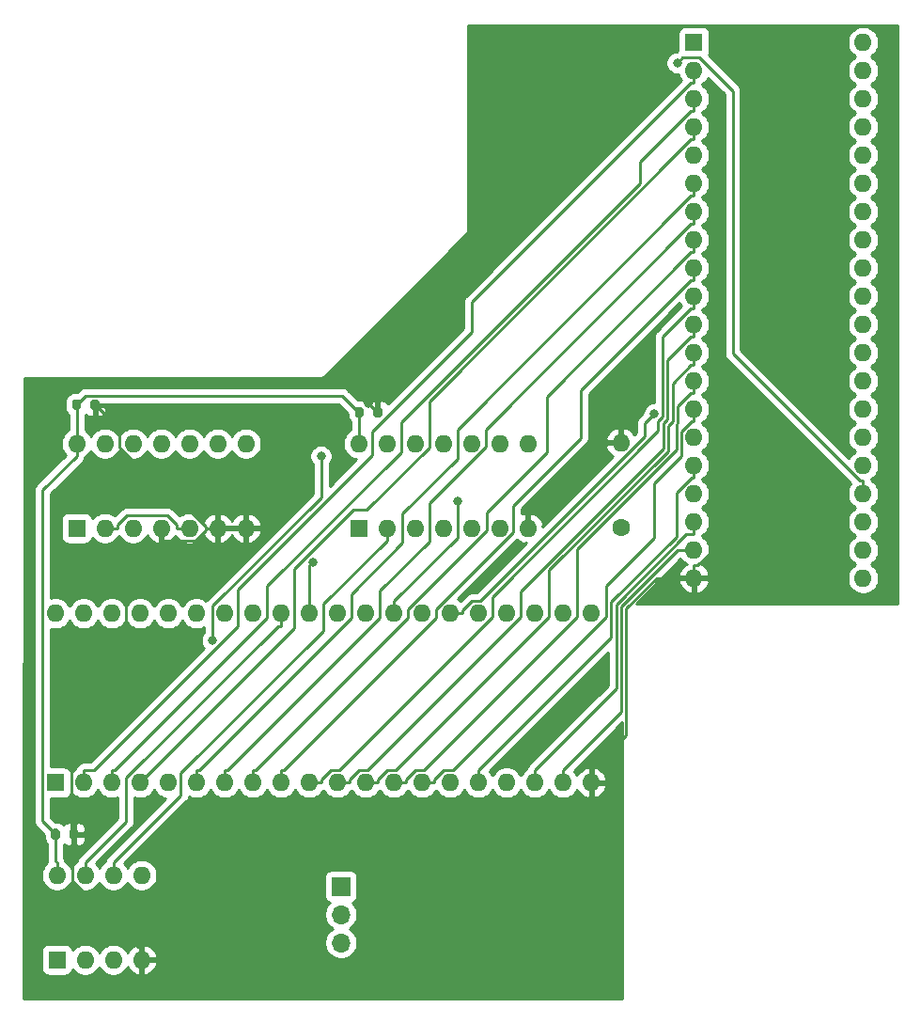
<source format=gbr>
%TF.GenerationSoftware,KiCad,Pcbnew,(5.1.7)-1*%
%TF.CreationDate,2021-07-10T09:41:01+01:00*%
%TF.ProjectId,Apricot-Floppy-Controller-daughter-board,41707269-636f-4742-9d46-6c6f7070792d,rev?*%
%TF.SameCoordinates,Original*%
%TF.FileFunction,Copper,L1,Top*%
%TF.FilePolarity,Positive*%
%FSLAX46Y46*%
G04 Gerber Fmt 4.6, Leading zero omitted, Abs format (unit mm)*
G04 Created by KiCad (PCBNEW (5.1.7)-1) date 2021-07-10 09:41:01*
%MOMM*%
%LPD*%
G01*
G04 APERTURE LIST*
%TA.AperFunction,ComponentPad*%
%ADD10O,1.600000X1.600000*%
%TD*%
%TA.AperFunction,ComponentPad*%
%ADD11C,1.600000*%
%TD*%
%TA.AperFunction,ComponentPad*%
%ADD12R,1.600000X1.600000*%
%TD*%
%TA.AperFunction,ComponentPad*%
%ADD13O,1.700000X1.700000*%
%TD*%
%TA.AperFunction,ComponentPad*%
%ADD14R,1.700000X1.700000*%
%TD*%
%TA.AperFunction,ViaPad*%
%ADD15C,0.800000*%
%TD*%
%TA.AperFunction,Conductor*%
%ADD16C,0.250000*%
%TD*%
%TA.AperFunction,Conductor*%
%ADD17C,0.254000*%
%TD*%
%TA.AperFunction,Conductor*%
%ADD18C,0.100000*%
%TD*%
G04 APERTURE END LIST*
%TO.P,C3,2*%
%TO.N,GND*%
%TA.AperFunction,SMDPad,CuDef*%
G36*
G01*
X79038000Y-130895000D02*
X79038000Y-130345000D01*
G75*
G02*
X79238000Y-130145000I200000J0D01*
G01*
X79638000Y-130145000D01*
G75*
G02*
X79838000Y-130345000I0J-200000D01*
G01*
X79838000Y-130895000D01*
G75*
G02*
X79638000Y-131095000I-200000J0D01*
G01*
X79238000Y-131095000D01*
G75*
G02*
X79038000Y-130895000I0J200000D01*
G01*
G37*
%TD.AperFunction*%
%TO.P,C3,1*%
%TO.N,VCC*%
%TA.AperFunction,SMDPad,CuDef*%
G36*
G01*
X77388000Y-130895000D02*
X77388000Y-130345000D01*
G75*
G02*
X77588000Y-130145000I200000J0D01*
G01*
X77988000Y-130145000D01*
G75*
G02*
X78188000Y-130345000I0J-200000D01*
G01*
X78188000Y-130895000D01*
G75*
G02*
X77988000Y-131095000I-200000J0D01*
G01*
X77588000Y-131095000D01*
G75*
G02*
X77388000Y-130895000I0J200000D01*
G01*
G37*
%TD.AperFunction*%
%TD*%
%TO.P,C2,2*%
%TO.N,GND*%
%TA.AperFunction,SMDPad,CuDef*%
G36*
G01*
X106407000Y-92921500D02*
X106407000Y-92371500D01*
G75*
G02*
X106607000Y-92171500I200000J0D01*
G01*
X107007000Y-92171500D01*
G75*
G02*
X107207000Y-92371500I0J-200000D01*
G01*
X107207000Y-92921500D01*
G75*
G02*
X107007000Y-93121500I-200000J0D01*
G01*
X106607000Y-93121500D01*
G75*
G02*
X106407000Y-92921500I0J200000D01*
G01*
G37*
%TD.AperFunction*%
%TO.P,C2,1*%
%TO.N,VCC*%
%TA.AperFunction,SMDPad,CuDef*%
G36*
G01*
X104757000Y-92921500D02*
X104757000Y-92371500D01*
G75*
G02*
X104957000Y-92171500I200000J0D01*
G01*
X105357000Y-92171500D01*
G75*
G02*
X105557000Y-92371500I0J-200000D01*
G01*
X105557000Y-92921500D01*
G75*
G02*
X105357000Y-93121500I-200000J0D01*
G01*
X104957000Y-93121500D01*
G75*
G02*
X104757000Y-92921500I0J200000D01*
G01*
G37*
%TD.AperFunction*%
%TD*%
%TO.P,C1,2*%
%TO.N,GND*%
%TA.AperFunction,SMDPad,CuDef*%
G36*
G01*
X80943000Y-92223000D02*
X80943000Y-91673000D01*
G75*
G02*
X81143000Y-91473000I200000J0D01*
G01*
X81543000Y-91473000D01*
G75*
G02*
X81743000Y-91673000I0J-200000D01*
G01*
X81743000Y-92223000D01*
G75*
G02*
X81543000Y-92423000I-200000J0D01*
G01*
X81143000Y-92423000D01*
G75*
G02*
X80943000Y-92223000I0J200000D01*
G01*
G37*
%TD.AperFunction*%
%TO.P,C1,1*%
%TO.N,VCC*%
%TA.AperFunction,SMDPad,CuDef*%
G36*
G01*
X79293000Y-92223000D02*
X79293000Y-91673000D01*
G75*
G02*
X79493000Y-91473000I200000J0D01*
G01*
X79893000Y-91473000D01*
G75*
G02*
X80093000Y-91673000I0J-200000D01*
G01*
X80093000Y-92223000D01*
G75*
G02*
X79893000Y-92423000I-200000J0D01*
G01*
X79493000Y-92423000D01*
G75*
G02*
X79293000Y-92223000I0J200000D01*
G01*
G37*
%TD.AperFunction*%
%TD*%
D10*
%TO.P,R1,2*%
%TO.N,GND*%
X128714000Y-95377000D03*
D11*
%TO.P,R1,1*%
%TO.N,5-8*%
X128714000Y-102997000D03*
%TD*%
D10*
%TO.P,U4,14*%
%TO.N,VCC*%
X105092000Y-95440000D03*
%TO.P,U4,7*%
%TO.N,GND*%
X120332000Y-103060000D03*
%TO.P,U4,13*%
%TO.N,N/C*%
X107632000Y-95440000D03*
%TO.P,U4,6*%
X117792000Y-103060000D03*
%TO.P,U4,12*%
X110172000Y-95440000D03*
%TO.P,U4,5*%
X115252000Y-103060000D03*
%TO.P,U4,11*%
X112712000Y-95440000D03*
%TO.P,U4,4*%
X112712000Y-103060000D03*
%TO.P,U4,10*%
X115252000Y-95440000D03*
%TO.P,U4,3*%
%TO.N,STEP*%
X110172000Y-103060000D03*
%TO.P,U4,9*%
%TO.N,N/C*%
X117792000Y-95440000D03*
%TO.P,U4,2*%
%TO.N,RSTSTEP*%
X107632000Y-103060000D03*
%TO.P,U4,8*%
%TO.N,N/C*%
X120332000Y-95440000D03*
D12*
%TO.P,U4,1*%
%TO.N,CTRLSTEP*%
X105092000Y-103060000D03*
%TD*%
D10*
%TO.P,U3,8*%
%TO.N,VCC*%
X77914500Y-134302000D03*
%TO.P,U3,4*%
%TO.N,GND*%
X85534500Y-141922000D03*
%TO.P,U3,7*%
%TO.N,CTRLRDY*%
X80454500Y-134302000D03*
%TO.P,U3,3*%
%TO.N,_FLPSELDRV0*%
X82994500Y-141922000D03*
%TO.P,U3,6*%
%TO.N,RSTSTEP*%
X82994500Y-134302000D03*
%TO.P,U3,2*%
%TO.N,DRVRDY*%
X80454500Y-141922000D03*
%TO.P,U3,5*%
%TO.N,_FLPMOTORON*%
X85534500Y-134302000D03*
D12*
%TO.P,U3,1*%
%TO.N,Net-(U3-Pad1)*%
X77914500Y-141922000D03*
%TD*%
D10*
%TO.P,U2,14*%
%TO.N,VCC*%
X79692500Y-95440000D03*
%TO.P,U2,7*%
%TO.N,GND*%
X94932500Y-103060000D03*
%TO.P,U2,13*%
%TO.N,N/C*%
X82232500Y-95440000D03*
%TO.P,U2,6*%
%TO.N,GND*%
X92392500Y-103060000D03*
%TO.P,U2,12*%
%TO.N,N/C*%
X84772500Y-95440000D03*
%TO.P,U2,5*%
%TO.N,FEEDBCK*%
X89852500Y-103060000D03*
%TO.P,U2,11*%
%TO.N,N/C*%
X87312500Y-95440000D03*
%TO.P,U2,4*%
%TO.N,GND*%
X87312500Y-103060000D03*
%TO.P,U2,10*%
%TO.N,N/C*%
X89852500Y-95440000D03*
%TO.P,U2,3*%
%TO.N,CLK2M*%
X84772500Y-103060000D03*
%TO.P,U2,9*%
%TO.N,N/C*%
X92392500Y-95440000D03*
%TO.P,U2,2*%
%TO.N,FEEDBCK*%
X82232500Y-103060000D03*
%TO.P,U2,8*%
%TO.N,N/C*%
X94932500Y-95440000D03*
D12*
%TO.P,U2,1*%
%TO.N,CLK1M*%
X79692500Y-103060000D03*
%TD*%
D10*
%TO.P,U1,40*%
%TO.N,HLT*%
X77787500Y-110744000D03*
%TO.P,U1,20*%
%TO.N,GND*%
X126047500Y-125984000D03*
%TO.P,U1,39*%
%TO.N,INTRQ*%
X80327500Y-110744000D03*
%TO.P,U1,19*%
%TO.N,MR*%
X123507500Y-125984000D03*
%TO.P,U1,38*%
%TO.N,DRQ*%
X82867500Y-110744000D03*
%TO.P,U1,18*%
%TO.N,RPW*%
X120967500Y-125984000D03*
%TO.P,U1,37*%
%TO.N,DDEN*%
X85407500Y-110744000D03*
%TO.P,U1,17*%
%TO.N,5-8*%
X118427500Y-125984000D03*
%TO.P,U1,36*%
%TO.N,WPRT*%
X87947500Y-110744000D03*
%TO.P,U1,16*%
%TO.N,DIRC*%
X115887500Y-125984000D03*
%TO.P,U1,35*%
%TO.N,IP*%
X90487500Y-110744000D03*
%TO.P,U1,15*%
%TO.N,CTRLSTEP*%
X113347500Y-125984000D03*
%TO.P,U1,34*%
%TO.N,TR00*%
X93027500Y-110744000D03*
%TO.P,U1,14*%
%TO.N,DAL7*%
X110807500Y-125984000D03*
%TO.P,U1,33*%
%TO.N,WPW*%
X95567500Y-110744000D03*
%TO.P,U1,13*%
%TO.N,DAL6*%
X108267500Y-125984000D03*
%TO.P,U1,32*%
%TO.N,CTRLRDY*%
X98107500Y-110744000D03*
%TO.P,U1,12*%
%TO.N,DAL5*%
X105727500Y-125984000D03*
%TO.P,U1,31*%
%TO.N,WD*%
X100647500Y-110744000D03*
%TO.P,U1,11*%
%TO.N,DAL4*%
X103187500Y-125984000D03*
%TO.P,U1,30*%
%TO.N,WG*%
X103187500Y-110744000D03*
%TO.P,U1,10*%
%TO.N,DAL3*%
X100647500Y-125984000D03*
%TO.P,U1,29*%
%TO.N,TG43*%
X105727500Y-110744000D03*
%TO.P,U1,9*%
%TO.N,DAL2*%
X98107500Y-125984000D03*
%TO.P,U1,28*%
%TO.N,HLD*%
X108267500Y-110744000D03*
%TO.P,U1,8*%
%TO.N,DAL1*%
X95567500Y-125984000D03*
%TO.P,U1,27*%
%TO.N,RAW_READ*%
X110807500Y-110744000D03*
%TO.P,U1,7*%
%TO.N,DAL0*%
X93027500Y-125984000D03*
%TO.P,U1,26*%
%TO.N,VCO*%
X113347500Y-110744000D03*
%TO.P,U1,6*%
%TO.N,A1*%
X90487500Y-125984000D03*
%TO.P,U1,25*%
%TO.N,SSO*%
X115887500Y-110744000D03*
%TO.P,U1,5*%
%TO.N,A0*%
X87947500Y-125984000D03*
%TO.P,U1,24*%
%TO.N,CLK1M*%
X118427500Y-110744000D03*
%TO.P,U1,4*%
%TO.N,RE*%
X85407500Y-125984000D03*
%TO.P,U1,23*%
%TO.N,PUMP*%
X120967500Y-110744000D03*
%TO.P,U1,3*%
%TO.N,CS*%
X82867500Y-125984000D03*
%TO.P,U1,22*%
%TO.N,TEST*%
X123507500Y-110744000D03*
%TO.P,U1,2*%
%TO.N,WE*%
X80327500Y-125984000D03*
%TO.P,U1,21*%
%TO.N,VCC*%
X126047500Y-110744000D03*
D12*
%TO.P,U1,1*%
%TO.N,ENP*%
X77787500Y-125984000D03*
%TD*%
D10*
%TO.P,Socket-1,40*%
%TO.N,HLT*%
X150552000Y-59297000D03*
%TO.P,Socket-1,20*%
%TO.N,GND*%
X135312000Y-107557000D03*
%TO.P,Socket-1,39*%
%TO.N,INTRQ*%
X150552000Y-61837000D03*
%TO.P,Socket-1,19*%
%TO.N,MR*%
X135312000Y-105017000D03*
%TO.P,Socket-1,38*%
%TO.N,DRQ*%
X150552000Y-64377000D03*
%TO.P,Socket-1,18*%
%TO.N,RPW*%
X135312000Y-102477000D03*
%TO.P,Socket-1,37*%
%TO.N,DDEN*%
X150552000Y-66917000D03*
%TO.P,Socket-1,17*%
%TO.N,5-8*%
X135312000Y-99937000D03*
%TO.P,Socket-1,36*%
%TO.N,WPRT*%
X150552000Y-69457000D03*
%TO.P,Socket-1,16*%
%TO.N,DIRC*%
X135312000Y-97397000D03*
%TO.P,Socket-1,35*%
%TO.N,IP*%
X150552000Y-71997000D03*
%TO.P,Socket-1,15*%
%TO.N,STEP*%
X135312000Y-94857000D03*
%TO.P,Socket-1,34*%
%TO.N,TR00*%
X150552000Y-74537000D03*
%TO.P,Socket-1,14*%
%TO.N,DAL7*%
X135312000Y-92317000D03*
%TO.P,Socket-1,33*%
%TO.N,WPW*%
X150552000Y-77077000D03*
%TO.P,Socket-1,13*%
%TO.N,DAL6*%
X135312000Y-89777000D03*
%TO.P,Socket-1,32*%
%TO.N,DRVRDY*%
X150552000Y-79617000D03*
%TO.P,Socket-1,12*%
%TO.N,DAL5*%
X135312000Y-87237000D03*
%TO.P,Socket-1,31*%
%TO.N,WD*%
X150552000Y-82157000D03*
%TO.P,Socket-1,11*%
%TO.N,DAL4*%
X135312000Y-84697000D03*
%TO.P,Socket-1,30*%
%TO.N,WG*%
X150552000Y-84697000D03*
%TO.P,Socket-1,10*%
%TO.N,DAL3*%
X135312000Y-82157000D03*
%TO.P,Socket-1,29*%
%TO.N,TG43*%
X150552000Y-87237000D03*
%TO.P,Socket-1,9*%
%TO.N,DAL2*%
X135312000Y-79617000D03*
%TO.P,Socket-1,28*%
%TO.N,HLD*%
X150552000Y-89777000D03*
%TO.P,Socket-1,8*%
%TO.N,DAL1*%
X135312000Y-77077000D03*
%TO.P,Socket-1,27*%
%TO.N,RAW_READ*%
X150552000Y-92317000D03*
%TO.P,Socket-1,7*%
%TO.N,DAL0*%
X135312000Y-74537000D03*
%TO.P,Socket-1,26*%
%TO.N,VCO*%
X150552000Y-94857000D03*
%TO.P,Socket-1,6*%
%TO.N,A1*%
X135312000Y-71997000D03*
%TO.P,Socket-1,25*%
%TO.N,SSO*%
X150552000Y-97397000D03*
%TO.P,Socket-1,5*%
%TO.N,A0*%
X135312000Y-69457000D03*
%TO.P,Socket-1,24*%
%TO.N,CLK2M*%
X150552000Y-99937000D03*
%TO.P,Socket-1,4*%
%TO.N,RE*%
X135312000Y-66917000D03*
%TO.P,Socket-1,23*%
%TO.N,PUMP*%
X150552000Y-102477000D03*
%TO.P,Socket-1,3*%
%TO.N,CS*%
X135312000Y-64377000D03*
%TO.P,Socket-1,22*%
%TO.N,TEST*%
X150552000Y-105017000D03*
%TO.P,Socket-1,2*%
%TO.N,WE*%
X135312000Y-61837000D03*
%TO.P,Socket-1,21*%
%TO.N,VCC*%
X150552000Y-107557000D03*
D12*
%TO.P,Socket-1,1*%
%TO.N,ENP*%
X135312000Y-59297000D03*
%TD*%
D13*
%TO.P,J2,3*%
%TO.N,Net-(J2-Pad3)*%
X103505000Y-140398000D03*
%TO.P,J2,2*%
%TO.N,_FLPSELDRV0*%
X103505000Y-137858000D03*
D14*
%TO.P,J2,1*%
%TO.N,_FLPMOTORON*%
X103505000Y-135318000D03*
%TD*%
D15*
%TO.N,CLK2M*%
X133793900Y-61181500D03*
%TO.N,GND*%
X105984000Y-91823500D03*
X137613900Y-93722800D03*
X81597500Y-117094000D03*
X81597500Y-106553000D03*
X87335400Y-98910100D03*
X94361000Y-92773500D03*
X108458000Y-134747000D03*
X123126500Y-100457000D03*
X152971500Y-109029500D03*
X143192500Y-104902000D03*
X142938500Y-101282500D03*
X142684500Y-97218500D03*
X145796000Y-89789000D03*
X145859500Y-87185500D03*
X145859500Y-84772500D03*
X145859500Y-82232500D03*
X142430500Y-79565500D03*
X142430500Y-76962000D03*
X142430500Y-74485500D03*
X142367000Y-71882000D03*
X142367000Y-69342000D03*
X142367000Y-66865500D03*
X142303500Y-64389000D03*
X142303500Y-61658500D03*
X142367000Y-58928000D03*
X131699000Y-64325500D03*
X125476000Y-117919500D03*
X85915500Y-128333500D03*
X117856000Y-106108500D03*
%TO.N,WD*%
X100963500Y-106114200D03*
%TO.N,HLD*%
X113982000Y-100663700D03*
%TO.N,VCO*%
X131747900Y-92755900D03*
%TO.N,A0*%
X91902100Y-113181800D03*
X101710900Y-96574500D03*
%TD*%
D16*
%TO.N,CLK2M*%
X150552000Y-98811700D02*
X150270600Y-98811700D01*
X150270600Y-98811700D02*
X138788400Y-87329500D01*
X138788400Y-87329500D02*
X138788400Y-63686900D01*
X138788400Y-63686900D02*
X135795000Y-60693500D01*
X135795000Y-60693500D02*
X134281900Y-60693500D01*
X134281900Y-60693500D02*
X133793900Y-61181500D01*
X150552000Y-99937000D02*
X150552000Y-98811700D01*
%TO.N,CTRLRDY*%
X80454500Y-134302000D02*
X80454500Y-133176700D01*
X98107500Y-110744000D02*
X98107500Y-111869300D01*
X98107500Y-111869300D02*
X97826200Y-111869300D01*
X97826200Y-111869300D02*
X84137500Y-125558000D01*
X84137500Y-125558000D02*
X84137500Y-129493700D01*
X84137500Y-129493700D02*
X80454500Y-133176700D01*
%TO.N,GND*%
X106807000Y-92646500D02*
X105984000Y-91823500D01*
X92392500Y-103060000D02*
X94932500Y-103060000D01*
X87312500Y-104185300D02*
X90405800Y-104185300D01*
X90405800Y-104185300D02*
X91338000Y-103253100D01*
X91338000Y-103253100D02*
X91338000Y-103060000D01*
X79438000Y-130620000D02*
X79188700Y-130370700D01*
X79188700Y-130370700D02*
X79188700Y-117191100D01*
X79188700Y-117191100D02*
X84137500Y-112242300D01*
X84137500Y-112242300D02*
X84137500Y-107360300D01*
X84137500Y-107360300D02*
X87312500Y-104185300D01*
X87312500Y-103060000D02*
X87312500Y-104185300D01*
X85534500Y-140796700D02*
X85253200Y-140796700D01*
X85253200Y-140796700D02*
X79280900Y-134824400D01*
X79280900Y-134824400D02*
X79280900Y-130777100D01*
X79280900Y-130777100D02*
X79438000Y-130620000D01*
X91338000Y-103060000D02*
X91338000Y-102912700D01*
X91338000Y-102912700D02*
X87335400Y-98910100D01*
X85363600Y-96938300D02*
X84614100Y-96938300D01*
X84614100Y-96938300D02*
X83502500Y-95826700D01*
X83502500Y-95826700D02*
X83502500Y-94107500D01*
X83502500Y-94107500D02*
X81343000Y-91948000D01*
X92392500Y-103060000D02*
X91338000Y-103060000D01*
X127588700Y-95377000D02*
X126889700Y-95377000D01*
X126889700Y-95377000D02*
X120332000Y-101934700D01*
X120332000Y-103060000D02*
X120332000Y-101934700D01*
X128714000Y-95377000D02*
X127588700Y-95377000D01*
X85534500Y-141922000D02*
X85534500Y-140796700D01*
X135312000Y-106431700D02*
X135593300Y-106431700D01*
X135593300Y-106431700D02*
X137613900Y-104411100D01*
X137613900Y-104411100D02*
X137613900Y-93722800D01*
X135312000Y-107557000D02*
X135312000Y-106431700D01*
X126047500Y-125984000D02*
X126047500Y-124858700D01*
X135312000Y-107557000D02*
X134186700Y-107557000D01*
X134186700Y-107557000D02*
X131942300Y-107557000D01*
X131942300Y-107557000D02*
X129199300Y-110300000D01*
X129199300Y-110300000D02*
X129199300Y-121706900D01*
X129199300Y-121706900D02*
X126047500Y-124858700D01*
X87335400Y-98910100D02*
X85363600Y-96938300D01*
%TO.N,MR*%
X135312000Y-105017000D02*
X133845400Y-105017000D01*
X133845400Y-105017000D02*
X128749000Y-110113400D01*
X128749000Y-110113400D02*
X128749000Y-119617200D01*
X128749000Y-119617200D02*
X123507500Y-124858700D01*
X123507500Y-125984000D02*
X123507500Y-124858700D01*
%TO.N,RPW*%
X135312000Y-103602300D02*
X134623200Y-103602300D01*
X134623200Y-103602300D02*
X128298700Y-109926800D01*
X128298700Y-109926800D02*
X128298700Y-117527500D01*
X128298700Y-117527500D02*
X120967500Y-124858700D01*
X120967500Y-125984000D02*
X120967500Y-124858700D01*
X135312000Y-102477000D02*
X135312000Y-103602300D01*
%TO.N,DIRC*%
X135312000Y-98522300D02*
X135125200Y-98522300D01*
X135125200Y-98522300D02*
X133736400Y-99911100D01*
X133736400Y-99911100D02*
X133736400Y-103852200D01*
X133736400Y-103852200D02*
X127848400Y-109740200D01*
X127848400Y-109740200D02*
X127848400Y-112897800D01*
X127848400Y-112897800D02*
X115887500Y-124858700D01*
X115887500Y-125984000D02*
X115887500Y-124858700D01*
X135312000Y-97397000D02*
X135312000Y-98522300D01*
%TO.N,DAL7*%
X110807500Y-125984000D02*
X111932800Y-125984000D01*
X135312000Y-92317000D02*
X135312000Y-93442300D01*
X135312000Y-93442300D02*
X135135200Y-93442300D01*
X135135200Y-93442300D02*
X134186600Y-94390900D01*
X134186600Y-94390900D02*
X134186600Y-96570100D01*
X134186600Y-96570100D02*
X131722100Y-99034600D01*
X131722100Y-99034600D02*
X131722100Y-103948100D01*
X131722100Y-103948100D02*
X127398000Y-108272200D01*
X127398000Y-108272200D02*
X127398000Y-111038300D01*
X127398000Y-111038300D02*
X113577600Y-124858700D01*
X113577600Y-124858700D02*
X112776700Y-124858700D01*
X112776700Y-124858700D02*
X111932800Y-125702600D01*
X111932800Y-125702600D02*
X111932800Y-125984000D01*
%TO.N,DAL6*%
X109392800Y-125984000D02*
X109392800Y-125702600D01*
X109392800Y-125702600D02*
X110236700Y-124858700D01*
X110236700Y-124858700D02*
X110990300Y-124858700D01*
X110990300Y-124858700D02*
X124777500Y-111071500D01*
X124777500Y-111071500D02*
X124777500Y-104956800D01*
X124777500Y-104956800D02*
X133736300Y-95998000D01*
X133736300Y-95998000D02*
X133736300Y-93704000D01*
X133736300Y-93704000D02*
X133824100Y-93616200D01*
X133824100Y-93616200D02*
X133824100Y-92108900D01*
X133824100Y-92108900D02*
X135030700Y-90902300D01*
X135030700Y-90902300D02*
X135312000Y-90902300D01*
X108267500Y-125984000D02*
X109392800Y-125984000D01*
X135312000Y-89777000D02*
X135312000Y-90902300D01*
%TO.N,DAL5*%
X106852800Y-125984000D02*
X106852800Y-125702600D01*
X106852800Y-125702600D02*
X107696700Y-124858700D01*
X107696700Y-124858700D02*
X108450300Y-124858700D01*
X108450300Y-124858700D02*
X122237500Y-111071500D01*
X122237500Y-111071500D02*
X122237500Y-106859900D01*
X122237500Y-106859900D02*
X132976000Y-96121400D01*
X132976000Y-96121400D02*
X132976000Y-93827400D01*
X132976000Y-93827400D02*
X133373800Y-93429600D01*
X133373800Y-93429600D02*
X133373800Y-90019200D01*
X133373800Y-90019200D02*
X135030700Y-88362300D01*
X135030700Y-88362300D02*
X135312000Y-88362300D01*
X105727500Y-125984000D02*
X106852800Y-125984000D01*
X135312000Y-87237000D02*
X135312000Y-88362300D01*
%TO.N,WD*%
X100647500Y-110744000D02*
X100647500Y-106430200D01*
X100647500Y-106430200D02*
X100963500Y-106114200D01*
%TO.N,DAL4*%
X104312800Y-125984000D02*
X104312800Y-125702600D01*
X104312800Y-125702600D02*
X105156700Y-124858700D01*
X105156700Y-124858700D02*
X105910300Y-124858700D01*
X105910300Y-124858700D02*
X119697500Y-111071500D01*
X119697500Y-111071500D02*
X119697500Y-108763000D01*
X119697500Y-108763000D02*
X132525700Y-95934800D01*
X132525700Y-95934800D02*
X132525700Y-93640800D01*
X132525700Y-93640800D02*
X132923500Y-93243000D01*
X132923500Y-93243000D02*
X132923500Y-87960500D01*
X132923500Y-87960500D02*
X135061700Y-85822300D01*
X135061700Y-85822300D02*
X135312000Y-85822300D01*
X103187500Y-125984000D02*
X104312800Y-125984000D01*
X135312000Y-84697000D02*
X135312000Y-85822300D01*
%TO.N,DAL3*%
X101772800Y-125984000D02*
X101772800Y-125702600D01*
X101772800Y-125702600D02*
X102616700Y-124858700D01*
X102616700Y-124858700D02*
X103370300Y-124858700D01*
X103370300Y-124858700D02*
X117157500Y-111071500D01*
X117157500Y-111071500D02*
X117157500Y-109242400D01*
X117157500Y-109242400D02*
X132075400Y-94324500D01*
X132075400Y-94324500D02*
X132075400Y-93454200D01*
X132075400Y-93454200D02*
X132473200Y-93056400D01*
X132473200Y-93056400D02*
X132473200Y-85839800D01*
X132473200Y-85839800D02*
X135030700Y-83282300D01*
X135030700Y-83282300D02*
X135312000Y-83282300D01*
X100647500Y-125984000D02*
X101772800Y-125984000D01*
X135312000Y-82157000D02*
X135312000Y-83282300D01*
%TO.N,DAL2*%
X98107500Y-125984000D02*
X98107500Y-124858700D01*
X135312000Y-79617000D02*
X135312000Y-80742300D01*
X135312000Y-80742300D02*
X135030700Y-80742300D01*
X135030700Y-80742300D02*
X125086900Y-90686100D01*
X125086900Y-90686100D02*
X125086900Y-94926800D01*
X125086900Y-94926800D02*
X118989000Y-101024700D01*
X118989000Y-101024700D02*
X118989000Y-103457600D01*
X118989000Y-103457600D02*
X112077500Y-110369100D01*
X112077500Y-110369100D02*
X112077500Y-111170000D01*
X112077500Y-111170000D02*
X98388800Y-124858700D01*
X98388800Y-124858700D02*
X98107500Y-124858700D01*
%TO.N,HLD*%
X108267500Y-109618700D02*
X113982000Y-103904200D01*
X113982000Y-103904200D02*
X113982000Y-100663700D01*
X108267500Y-110744000D02*
X108267500Y-109618700D01*
%TO.N,DAL1*%
X95567500Y-125984000D02*
X95567500Y-124858700D01*
X135312000Y-77077000D02*
X135312000Y-78202300D01*
X135312000Y-78202300D02*
X135030700Y-78202300D01*
X135030700Y-78202300D02*
X122030100Y-91202900D01*
X122030100Y-91202900D02*
X122030100Y-96273700D01*
X122030100Y-96273700D02*
X116645000Y-101658800D01*
X116645000Y-101658800D02*
X116645000Y-103298700D01*
X116645000Y-103298700D02*
X109537500Y-110406200D01*
X109537500Y-110406200D02*
X109537500Y-111170000D01*
X109537500Y-111170000D02*
X95848800Y-124858700D01*
X95848800Y-124858700D02*
X95567500Y-124858700D01*
%TO.N,DAL0*%
X93027500Y-125984000D02*
X93027500Y-124858700D01*
X135312000Y-74537000D02*
X135312000Y-75662300D01*
X135312000Y-75662300D02*
X135030700Y-75662300D01*
X135030700Y-75662300D02*
X116522000Y-94171000D01*
X116522000Y-94171000D02*
X116522000Y-95768400D01*
X116522000Y-95768400D02*
X111442000Y-100848400D01*
X111442000Y-100848400D02*
X111442000Y-104270300D01*
X111442000Y-104270300D02*
X106997500Y-108714800D01*
X106997500Y-108714800D02*
X106997500Y-111170000D01*
X106997500Y-111170000D02*
X93308800Y-124858700D01*
X93308800Y-124858700D02*
X93027500Y-124858700D01*
%TO.N,VCO*%
X113347500Y-110744000D02*
X114472800Y-110744000D01*
X131747900Y-92755900D02*
X130891500Y-93612300D01*
X130891500Y-93612300D02*
X130891500Y-94791100D01*
X130891500Y-94791100D02*
X116063900Y-109618700D01*
X116063900Y-109618700D02*
X115316700Y-109618700D01*
X115316700Y-109618700D02*
X114472800Y-110462600D01*
X114472800Y-110462600D02*
X114472800Y-110744000D01*
%TO.N,A1*%
X90487500Y-125984000D02*
X90487500Y-124858700D01*
X135312000Y-71997000D02*
X135312000Y-73122300D01*
X135312000Y-73122300D02*
X135030700Y-73122300D01*
X135030700Y-73122300D02*
X113982000Y-94171000D01*
X113982000Y-94171000D02*
X113982000Y-96813200D01*
X113982000Y-96813200D02*
X109046600Y-101748600D01*
X109046600Y-101748600D02*
X109046600Y-104395100D01*
X109046600Y-104395100D02*
X104457500Y-108984200D01*
X104457500Y-108984200D02*
X104457500Y-111170000D01*
X104457500Y-111170000D02*
X90768800Y-124858700D01*
X90768800Y-124858700D02*
X90487500Y-124858700D01*
%TO.N,A0*%
X91902100Y-113181800D02*
X91902100Y-110069200D01*
X91902100Y-110069200D02*
X101710900Y-100260400D01*
X101710900Y-100260400D02*
X101710900Y-96574500D01*
%TO.N,RE*%
X135312000Y-66917000D02*
X135312000Y-68042300D01*
X135312000Y-68042300D02*
X135039700Y-68042300D01*
X135039700Y-68042300D02*
X111442000Y-91640000D01*
X111442000Y-91640000D02*
X111442000Y-95781900D01*
X111442000Y-95781900D02*
X105814000Y-101409900D01*
X105814000Y-101409900D02*
X104641800Y-101409900D01*
X104641800Y-101409900D02*
X99284200Y-106767500D01*
X99284200Y-106767500D02*
X99284200Y-112107300D01*
X99284200Y-112107300D02*
X85407500Y-125984000D01*
%TO.N,CS*%
X82867500Y-125984000D02*
X82867500Y-124858700D01*
X135312000Y-64377000D02*
X135312000Y-65502300D01*
X135312000Y-65502300D02*
X135030700Y-65502300D01*
X135030700Y-65502300D02*
X130458300Y-70074700D01*
X130458300Y-70074700D02*
X130458300Y-71986800D01*
X130458300Y-71986800D02*
X108902000Y-93543100D01*
X108902000Y-93543100D02*
X108902000Y-96233500D01*
X108902000Y-96233500D02*
X96836800Y-108298700D01*
X96836800Y-108298700D02*
X96836800Y-111170700D01*
X96836800Y-111170700D02*
X83148800Y-124858700D01*
X83148800Y-124858700D02*
X82867500Y-124858700D01*
%TO.N,WE*%
X80327500Y-124858700D02*
X81251000Y-124858700D01*
X81251000Y-124858700D02*
X94206400Y-111903300D01*
X94206400Y-111903300D02*
X94206400Y-108618500D01*
X94206400Y-108618500D02*
X106333500Y-96491400D01*
X106333500Y-96491400D02*
X106333500Y-94350000D01*
X106333500Y-94350000D02*
X115278500Y-85405000D01*
X115278500Y-85405000D02*
X115278500Y-82714500D01*
X115278500Y-82714500D02*
X135030700Y-62962300D01*
X135030700Y-62962300D02*
X135312000Y-62962300D01*
X80327500Y-125984000D02*
X80327500Y-124858700D01*
X135312000Y-61837000D02*
X135312000Y-62962300D01*
%TO.N,VCC*%
X105092000Y-92646500D02*
X103581500Y-91136000D01*
X103581500Y-91136000D02*
X80505000Y-91136000D01*
X80505000Y-91136000D02*
X79693000Y-91948000D01*
X105157000Y-92646500D02*
X105092000Y-92646500D01*
X105092000Y-92646500D02*
X105092000Y-94314700D01*
X105092000Y-95440000D02*
X105092000Y-94314700D01*
X77914500Y-134302000D02*
X77914500Y-133176700D01*
X77914500Y-133176700D02*
X77788000Y-133050200D01*
X77788000Y-133050200D02*
X77788000Y-130620000D01*
X77788000Y-130620000D02*
X76623800Y-129455800D01*
X76623800Y-129455800D02*
X76623800Y-99634000D01*
X76623800Y-99634000D02*
X79692500Y-96565300D01*
X79692500Y-95440000D02*
X79692500Y-96565300D01*
X79692500Y-94314700D02*
X79693000Y-94314200D01*
X79693000Y-94314200D02*
X79693000Y-91948000D01*
X79692500Y-94877300D02*
X79692500Y-95440000D01*
X79692500Y-94877300D02*
X79692500Y-94314700D01*
%TO.N,FEEDBCK*%
X89852500Y-103060000D02*
X88727200Y-103060000D01*
X82232500Y-103060000D02*
X83357800Y-103060000D01*
X83357800Y-103060000D02*
X83357800Y-102778700D01*
X83357800Y-102778700D02*
X84201800Y-101934700D01*
X84201800Y-101934700D02*
X87883300Y-101934700D01*
X87883300Y-101934700D02*
X88727200Y-102778600D01*
X88727200Y-102778600D02*
X88727200Y-103060000D01*
%TO.N,RSTSTEP*%
X107632000Y-103060000D02*
X107632000Y-104185300D01*
X82994500Y-134302000D02*
X82994500Y-133176700D01*
X82994500Y-133176700D02*
X89072900Y-127098300D01*
X89072900Y-127098300D02*
X89072900Y-125139200D01*
X89072900Y-125139200D02*
X101917500Y-112294600D01*
X101917500Y-112294600D02*
X101917500Y-109899800D01*
X101917500Y-109899800D02*
X107632000Y-104185300D01*
%TD*%
D17*
%TO.N,GND*%
X153645001Y-109830000D02*
X130107201Y-109830000D01*
X132031162Y-107906039D01*
X133920096Y-107906039D01*
X133960754Y-108040087D01*
X134080963Y-108294420D01*
X134248481Y-108520414D01*
X134456869Y-108709385D01*
X134698119Y-108854070D01*
X134962960Y-108948909D01*
X135185000Y-108827624D01*
X135185000Y-107684000D01*
X135439000Y-107684000D01*
X135439000Y-108827624D01*
X135661040Y-108948909D01*
X135925881Y-108854070D01*
X136167131Y-108709385D01*
X136375519Y-108520414D01*
X136543037Y-108294420D01*
X136663246Y-108040087D01*
X136703904Y-107906039D01*
X136581915Y-107684000D01*
X135439000Y-107684000D01*
X135185000Y-107684000D01*
X134042085Y-107684000D01*
X133920096Y-107906039D01*
X132031162Y-107906039D01*
X134120491Y-105816711D01*
X134197363Y-105931759D01*
X134397241Y-106131637D01*
X134632273Y-106288680D01*
X134642865Y-106293067D01*
X134456869Y-106404615D01*
X134248481Y-106593586D01*
X134080963Y-106819580D01*
X133960754Y-107073913D01*
X133920096Y-107207961D01*
X134042085Y-107430000D01*
X135185000Y-107430000D01*
X135185000Y-107410000D01*
X135439000Y-107410000D01*
X135439000Y-107430000D01*
X136581915Y-107430000D01*
X136703904Y-107207961D01*
X136663246Y-107073913D01*
X136543037Y-106819580D01*
X136375519Y-106593586D01*
X136167131Y-106404615D01*
X135981135Y-106293067D01*
X135991727Y-106288680D01*
X136226759Y-106131637D01*
X136426637Y-105931759D01*
X136583680Y-105696727D01*
X136691853Y-105435574D01*
X136747000Y-105158335D01*
X136747000Y-104875665D01*
X136691853Y-104598426D01*
X136583680Y-104337273D01*
X136426637Y-104102241D01*
X136226759Y-103902363D01*
X136050833Y-103784813D01*
X136061003Y-103751286D01*
X136066158Y-103698947D01*
X136226759Y-103591637D01*
X136426637Y-103391759D01*
X136583680Y-103156727D01*
X136691853Y-102895574D01*
X136747000Y-102618335D01*
X136747000Y-102335665D01*
X136691853Y-102058426D01*
X136583680Y-101797273D01*
X136426637Y-101562241D01*
X136226759Y-101362363D01*
X135994241Y-101207000D01*
X136226759Y-101051637D01*
X136426637Y-100851759D01*
X136583680Y-100616727D01*
X136691853Y-100355574D01*
X136747000Y-100078335D01*
X136747000Y-99795665D01*
X136691853Y-99518426D01*
X136583680Y-99257273D01*
X136426637Y-99022241D01*
X136226759Y-98822363D01*
X136050833Y-98704813D01*
X136061003Y-98671286D01*
X136066158Y-98618947D01*
X136226759Y-98511637D01*
X136426637Y-98311759D01*
X136583680Y-98076727D01*
X136691853Y-97815574D01*
X136747000Y-97538335D01*
X136747000Y-97255665D01*
X136691853Y-96978426D01*
X136583680Y-96717273D01*
X136426637Y-96482241D01*
X136226759Y-96282363D01*
X135994241Y-96127000D01*
X136226759Y-95971637D01*
X136426637Y-95771759D01*
X136583680Y-95536727D01*
X136691853Y-95275574D01*
X136747000Y-94998335D01*
X136747000Y-94715665D01*
X136691853Y-94438426D01*
X136583680Y-94177273D01*
X136426637Y-93942241D01*
X136226759Y-93742363D01*
X136050833Y-93624813D01*
X136061003Y-93591286D01*
X136066158Y-93538947D01*
X136226759Y-93431637D01*
X136426637Y-93231759D01*
X136583680Y-92996727D01*
X136691853Y-92735574D01*
X136747000Y-92458335D01*
X136747000Y-92175665D01*
X136691853Y-91898426D01*
X136583680Y-91637273D01*
X136426637Y-91402241D01*
X136226759Y-91202363D01*
X136050833Y-91084813D01*
X136061003Y-91051286D01*
X136066158Y-90998947D01*
X136226759Y-90891637D01*
X136426637Y-90691759D01*
X136583680Y-90456727D01*
X136691853Y-90195574D01*
X136747000Y-89918335D01*
X136747000Y-89635665D01*
X136691853Y-89358426D01*
X136583680Y-89097273D01*
X136426637Y-88862241D01*
X136226759Y-88662363D01*
X136050833Y-88544813D01*
X136061003Y-88511286D01*
X136066158Y-88458947D01*
X136226759Y-88351637D01*
X136426637Y-88151759D01*
X136583680Y-87916727D01*
X136691853Y-87655574D01*
X136747000Y-87378335D01*
X136747000Y-87095665D01*
X136691853Y-86818426D01*
X136583680Y-86557273D01*
X136426637Y-86322241D01*
X136226759Y-86122363D01*
X136050833Y-86004813D01*
X136061003Y-85971286D01*
X136066158Y-85918947D01*
X136226759Y-85811637D01*
X136426637Y-85611759D01*
X136583680Y-85376727D01*
X136691853Y-85115574D01*
X136747000Y-84838335D01*
X136747000Y-84555665D01*
X136691853Y-84278426D01*
X136583680Y-84017273D01*
X136426637Y-83782241D01*
X136226759Y-83582363D01*
X136050833Y-83464813D01*
X136061003Y-83431286D01*
X136066158Y-83378947D01*
X136226759Y-83271637D01*
X136426637Y-83071759D01*
X136583680Y-82836727D01*
X136691853Y-82575574D01*
X136747000Y-82298335D01*
X136747000Y-82015665D01*
X136691853Y-81738426D01*
X136583680Y-81477273D01*
X136426637Y-81242241D01*
X136226759Y-81042363D01*
X136050833Y-80924813D01*
X136061003Y-80891286D01*
X136066158Y-80838947D01*
X136226759Y-80731637D01*
X136426637Y-80531759D01*
X136583680Y-80296727D01*
X136691853Y-80035574D01*
X136747000Y-79758335D01*
X136747000Y-79475665D01*
X136691853Y-79198426D01*
X136583680Y-78937273D01*
X136426637Y-78702241D01*
X136226759Y-78502363D01*
X136050833Y-78384813D01*
X136061003Y-78351286D01*
X136066158Y-78298947D01*
X136226759Y-78191637D01*
X136426637Y-77991759D01*
X136583680Y-77756727D01*
X136691853Y-77495574D01*
X136747000Y-77218335D01*
X136747000Y-76935665D01*
X136691853Y-76658426D01*
X136583680Y-76397273D01*
X136426637Y-76162241D01*
X136226759Y-75962363D01*
X136050833Y-75844813D01*
X136061003Y-75811286D01*
X136066158Y-75758947D01*
X136226759Y-75651637D01*
X136426637Y-75451759D01*
X136583680Y-75216727D01*
X136691853Y-74955574D01*
X136747000Y-74678335D01*
X136747000Y-74395665D01*
X136691853Y-74118426D01*
X136583680Y-73857273D01*
X136426637Y-73622241D01*
X136226759Y-73422363D01*
X136050833Y-73304813D01*
X136061003Y-73271286D01*
X136066158Y-73218947D01*
X136226759Y-73111637D01*
X136426637Y-72911759D01*
X136583680Y-72676727D01*
X136691853Y-72415574D01*
X136747000Y-72138335D01*
X136747000Y-71855665D01*
X136691853Y-71578426D01*
X136583680Y-71317273D01*
X136426637Y-71082241D01*
X136226759Y-70882363D01*
X135994241Y-70727000D01*
X136226759Y-70571637D01*
X136426637Y-70371759D01*
X136583680Y-70136727D01*
X136691853Y-69875574D01*
X136747000Y-69598335D01*
X136747000Y-69315665D01*
X136691853Y-69038426D01*
X136583680Y-68777273D01*
X136426637Y-68542241D01*
X136226759Y-68342363D01*
X136050833Y-68224813D01*
X136061003Y-68191286D01*
X136066158Y-68138947D01*
X136226759Y-68031637D01*
X136426637Y-67831759D01*
X136583680Y-67596727D01*
X136691853Y-67335574D01*
X136747000Y-67058335D01*
X136747000Y-66775665D01*
X136691853Y-66498426D01*
X136583680Y-66237273D01*
X136426637Y-66002241D01*
X136226759Y-65802363D01*
X136050833Y-65684813D01*
X136061003Y-65651286D01*
X136066158Y-65598947D01*
X136226759Y-65491637D01*
X136426637Y-65291759D01*
X136583680Y-65056727D01*
X136691853Y-64795574D01*
X136747000Y-64518335D01*
X136747000Y-64235665D01*
X136691853Y-63958426D01*
X136583680Y-63697273D01*
X136426637Y-63462241D01*
X136226759Y-63262363D01*
X136050833Y-63144813D01*
X136061003Y-63111286D01*
X136066158Y-63058947D01*
X136226759Y-62951637D01*
X136426637Y-62751759D01*
X136567556Y-62540858D01*
X138028401Y-64001703D01*
X138028400Y-87292178D01*
X138024724Y-87329500D01*
X138028400Y-87366822D01*
X138028400Y-87366832D01*
X138039397Y-87478485D01*
X138056912Y-87536224D01*
X138082854Y-87621746D01*
X138153426Y-87753776D01*
X138190131Y-87798501D01*
X138248399Y-87869501D01*
X138277403Y-87893304D01*
X149424937Y-99040839D01*
X149280320Y-99257273D01*
X149172147Y-99518426D01*
X149117000Y-99795665D01*
X149117000Y-100078335D01*
X149172147Y-100355574D01*
X149280320Y-100616727D01*
X149437363Y-100851759D01*
X149637241Y-101051637D01*
X149869759Y-101207000D01*
X149637241Y-101362363D01*
X149437363Y-101562241D01*
X149280320Y-101797273D01*
X149172147Y-102058426D01*
X149117000Y-102335665D01*
X149117000Y-102618335D01*
X149172147Y-102895574D01*
X149280320Y-103156727D01*
X149437363Y-103391759D01*
X149637241Y-103591637D01*
X149869759Y-103747000D01*
X149637241Y-103902363D01*
X149437363Y-104102241D01*
X149280320Y-104337273D01*
X149172147Y-104598426D01*
X149117000Y-104875665D01*
X149117000Y-105158335D01*
X149172147Y-105435574D01*
X149280320Y-105696727D01*
X149437363Y-105931759D01*
X149637241Y-106131637D01*
X149869759Y-106287000D01*
X149637241Y-106442363D01*
X149437363Y-106642241D01*
X149280320Y-106877273D01*
X149172147Y-107138426D01*
X149117000Y-107415665D01*
X149117000Y-107698335D01*
X149172147Y-107975574D01*
X149280320Y-108236727D01*
X149437363Y-108471759D01*
X149637241Y-108671637D01*
X149872273Y-108828680D01*
X150133426Y-108936853D01*
X150410665Y-108992000D01*
X150693335Y-108992000D01*
X150970574Y-108936853D01*
X151231727Y-108828680D01*
X151466759Y-108671637D01*
X151666637Y-108471759D01*
X151823680Y-108236727D01*
X151931853Y-107975574D01*
X151987000Y-107698335D01*
X151987000Y-107415665D01*
X151931853Y-107138426D01*
X151823680Y-106877273D01*
X151666637Y-106642241D01*
X151466759Y-106442363D01*
X151234241Y-106287000D01*
X151466759Y-106131637D01*
X151666637Y-105931759D01*
X151823680Y-105696727D01*
X151931853Y-105435574D01*
X151987000Y-105158335D01*
X151987000Y-104875665D01*
X151931853Y-104598426D01*
X151823680Y-104337273D01*
X151666637Y-104102241D01*
X151466759Y-103902363D01*
X151234241Y-103747000D01*
X151466759Y-103591637D01*
X151666637Y-103391759D01*
X151823680Y-103156727D01*
X151931853Y-102895574D01*
X151987000Y-102618335D01*
X151987000Y-102335665D01*
X151931853Y-102058426D01*
X151823680Y-101797273D01*
X151666637Y-101562241D01*
X151466759Y-101362363D01*
X151234241Y-101207000D01*
X151466759Y-101051637D01*
X151666637Y-100851759D01*
X151823680Y-100616727D01*
X151931853Y-100355574D01*
X151987000Y-100078335D01*
X151987000Y-99795665D01*
X151931853Y-99518426D01*
X151823680Y-99257273D01*
X151666637Y-99022241D01*
X151466759Y-98822363D01*
X151306158Y-98715053D01*
X151301003Y-98662714D01*
X151290833Y-98629187D01*
X151466759Y-98511637D01*
X151666637Y-98311759D01*
X151823680Y-98076727D01*
X151931853Y-97815574D01*
X151987000Y-97538335D01*
X151987000Y-97255665D01*
X151931853Y-96978426D01*
X151823680Y-96717273D01*
X151666637Y-96482241D01*
X151466759Y-96282363D01*
X151234241Y-96127000D01*
X151466759Y-95971637D01*
X151666637Y-95771759D01*
X151823680Y-95536727D01*
X151931853Y-95275574D01*
X151987000Y-94998335D01*
X151987000Y-94715665D01*
X151931853Y-94438426D01*
X151823680Y-94177273D01*
X151666637Y-93942241D01*
X151466759Y-93742363D01*
X151234241Y-93587000D01*
X151466759Y-93431637D01*
X151666637Y-93231759D01*
X151823680Y-92996727D01*
X151931853Y-92735574D01*
X151987000Y-92458335D01*
X151987000Y-92175665D01*
X151931853Y-91898426D01*
X151823680Y-91637273D01*
X151666637Y-91402241D01*
X151466759Y-91202363D01*
X151234241Y-91047000D01*
X151466759Y-90891637D01*
X151666637Y-90691759D01*
X151823680Y-90456727D01*
X151931853Y-90195574D01*
X151987000Y-89918335D01*
X151987000Y-89635665D01*
X151931853Y-89358426D01*
X151823680Y-89097273D01*
X151666637Y-88862241D01*
X151466759Y-88662363D01*
X151234241Y-88507000D01*
X151466759Y-88351637D01*
X151666637Y-88151759D01*
X151823680Y-87916727D01*
X151931853Y-87655574D01*
X151987000Y-87378335D01*
X151987000Y-87095665D01*
X151931853Y-86818426D01*
X151823680Y-86557273D01*
X151666637Y-86322241D01*
X151466759Y-86122363D01*
X151234241Y-85967000D01*
X151466759Y-85811637D01*
X151666637Y-85611759D01*
X151823680Y-85376727D01*
X151931853Y-85115574D01*
X151987000Y-84838335D01*
X151987000Y-84555665D01*
X151931853Y-84278426D01*
X151823680Y-84017273D01*
X151666637Y-83782241D01*
X151466759Y-83582363D01*
X151234241Y-83427000D01*
X151466759Y-83271637D01*
X151666637Y-83071759D01*
X151823680Y-82836727D01*
X151931853Y-82575574D01*
X151987000Y-82298335D01*
X151987000Y-82015665D01*
X151931853Y-81738426D01*
X151823680Y-81477273D01*
X151666637Y-81242241D01*
X151466759Y-81042363D01*
X151234241Y-80887000D01*
X151466759Y-80731637D01*
X151666637Y-80531759D01*
X151823680Y-80296727D01*
X151931853Y-80035574D01*
X151987000Y-79758335D01*
X151987000Y-79475665D01*
X151931853Y-79198426D01*
X151823680Y-78937273D01*
X151666637Y-78702241D01*
X151466759Y-78502363D01*
X151234241Y-78347000D01*
X151466759Y-78191637D01*
X151666637Y-77991759D01*
X151823680Y-77756727D01*
X151931853Y-77495574D01*
X151987000Y-77218335D01*
X151987000Y-76935665D01*
X151931853Y-76658426D01*
X151823680Y-76397273D01*
X151666637Y-76162241D01*
X151466759Y-75962363D01*
X151234241Y-75807000D01*
X151466759Y-75651637D01*
X151666637Y-75451759D01*
X151823680Y-75216727D01*
X151931853Y-74955574D01*
X151987000Y-74678335D01*
X151987000Y-74395665D01*
X151931853Y-74118426D01*
X151823680Y-73857273D01*
X151666637Y-73622241D01*
X151466759Y-73422363D01*
X151234241Y-73267000D01*
X151466759Y-73111637D01*
X151666637Y-72911759D01*
X151823680Y-72676727D01*
X151931853Y-72415574D01*
X151987000Y-72138335D01*
X151987000Y-71855665D01*
X151931853Y-71578426D01*
X151823680Y-71317273D01*
X151666637Y-71082241D01*
X151466759Y-70882363D01*
X151234241Y-70727000D01*
X151466759Y-70571637D01*
X151666637Y-70371759D01*
X151823680Y-70136727D01*
X151931853Y-69875574D01*
X151987000Y-69598335D01*
X151987000Y-69315665D01*
X151931853Y-69038426D01*
X151823680Y-68777273D01*
X151666637Y-68542241D01*
X151466759Y-68342363D01*
X151234241Y-68187000D01*
X151466759Y-68031637D01*
X151666637Y-67831759D01*
X151823680Y-67596727D01*
X151931853Y-67335574D01*
X151987000Y-67058335D01*
X151987000Y-66775665D01*
X151931853Y-66498426D01*
X151823680Y-66237273D01*
X151666637Y-66002241D01*
X151466759Y-65802363D01*
X151234241Y-65647000D01*
X151466759Y-65491637D01*
X151666637Y-65291759D01*
X151823680Y-65056727D01*
X151931853Y-64795574D01*
X151987000Y-64518335D01*
X151987000Y-64235665D01*
X151931853Y-63958426D01*
X151823680Y-63697273D01*
X151666637Y-63462241D01*
X151466759Y-63262363D01*
X151234241Y-63107000D01*
X151466759Y-62951637D01*
X151666637Y-62751759D01*
X151823680Y-62516727D01*
X151931853Y-62255574D01*
X151987000Y-61978335D01*
X151987000Y-61695665D01*
X151931853Y-61418426D01*
X151823680Y-61157273D01*
X151666637Y-60922241D01*
X151466759Y-60722363D01*
X151234241Y-60567000D01*
X151466759Y-60411637D01*
X151666637Y-60211759D01*
X151823680Y-59976727D01*
X151931853Y-59715574D01*
X151987000Y-59438335D01*
X151987000Y-59155665D01*
X151931853Y-58878426D01*
X151823680Y-58617273D01*
X151666637Y-58382241D01*
X151466759Y-58182363D01*
X151231727Y-58025320D01*
X150970574Y-57917147D01*
X150693335Y-57862000D01*
X150410665Y-57862000D01*
X150133426Y-57917147D01*
X149872273Y-58025320D01*
X149637241Y-58182363D01*
X149437363Y-58382241D01*
X149280320Y-58617273D01*
X149172147Y-58878426D01*
X149117000Y-59155665D01*
X149117000Y-59438335D01*
X149172147Y-59715574D01*
X149280320Y-59976727D01*
X149437363Y-60211759D01*
X149637241Y-60411637D01*
X149869759Y-60567000D01*
X149637241Y-60722363D01*
X149437363Y-60922241D01*
X149280320Y-61157273D01*
X149172147Y-61418426D01*
X149117000Y-61695665D01*
X149117000Y-61978335D01*
X149172147Y-62255574D01*
X149280320Y-62516727D01*
X149437363Y-62751759D01*
X149637241Y-62951637D01*
X149869759Y-63107000D01*
X149637241Y-63262363D01*
X149437363Y-63462241D01*
X149280320Y-63697273D01*
X149172147Y-63958426D01*
X149117000Y-64235665D01*
X149117000Y-64518335D01*
X149172147Y-64795574D01*
X149280320Y-65056727D01*
X149437363Y-65291759D01*
X149637241Y-65491637D01*
X149869759Y-65647000D01*
X149637241Y-65802363D01*
X149437363Y-66002241D01*
X149280320Y-66237273D01*
X149172147Y-66498426D01*
X149117000Y-66775665D01*
X149117000Y-67058335D01*
X149172147Y-67335574D01*
X149280320Y-67596727D01*
X149437363Y-67831759D01*
X149637241Y-68031637D01*
X149869759Y-68187000D01*
X149637241Y-68342363D01*
X149437363Y-68542241D01*
X149280320Y-68777273D01*
X149172147Y-69038426D01*
X149117000Y-69315665D01*
X149117000Y-69598335D01*
X149172147Y-69875574D01*
X149280320Y-70136727D01*
X149437363Y-70371759D01*
X149637241Y-70571637D01*
X149869759Y-70727000D01*
X149637241Y-70882363D01*
X149437363Y-71082241D01*
X149280320Y-71317273D01*
X149172147Y-71578426D01*
X149117000Y-71855665D01*
X149117000Y-72138335D01*
X149172147Y-72415574D01*
X149280320Y-72676727D01*
X149437363Y-72911759D01*
X149637241Y-73111637D01*
X149869759Y-73267000D01*
X149637241Y-73422363D01*
X149437363Y-73622241D01*
X149280320Y-73857273D01*
X149172147Y-74118426D01*
X149117000Y-74395665D01*
X149117000Y-74678335D01*
X149172147Y-74955574D01*
X149280320Y-75216727D01*
X149437363Y-75451759D01*
X149637241Y-75651637D01*
X149869759Y-75807000D01*
X149637241Y-75962363D01*
X149437363Y-76162241D01*
X149280320Y-76397273D01*
X149172147Y-76658426D01*
X149117000Y-76935665D01*
X149117000Y-77218335D01*
X149172147Y-77495574D01*
X149280320Y-77756727D01*
X149437363Y-77991759D01*
X149637241Y-78191637D01*
X149869759Y-78347000D01*
X149637241Y-78502363D01*
X149437363Y-78702241D01*
X149280320Y-78937273D01*
X149172147Y-79198426D01*
X149117000Y-79475665D01*
X149117000Y-79758335D01*
X149172147Y-80035574D01*
X149280320Y-80296727D01*
X149437363Y-80531759D01*
X149637241Y-80731637D01*
X149869759Y-80887000D01*
X149637241Y-81042363D01*
X149437363Y-81242241D01*
X149280320Y-81477273D01*
X149172147Y-81738426D01*
X149117000Y-82015665D01*
X149117000Y-82298335D01*
X149172147Y-82575574D01*
X149280320Y-82836727D01*
X149437363Y-83071759D01*
X149637241Y-83271637D01*
X149869759Y-83427000D01*
X149637241Y-83582363D01*
X149437363Y-83782241D01*
X149280320Y-84017273D01*
X149172147Y-84278426D01*
X149117000Y-84555665D01*
X149117000Y-84838335D01*
X149172147Y-85115574D01*
X149280320Y-85376727D01*
X149437363Y-85611759D01*
X149637241Y-85811637D01*
X149869759Y-85967000D01*
X149637241Y-86122363D01*
X149437363Y-86322241D01*
X149280320Y-86557273D01*
X149172147Y-86818426D01*
X149117000Y-87095665D01*
X149117000Y-87378335D01*
X149172147Y-87655574D01*
X149280320Y-87916727D01*
X149437363Y-88151759D01*
X149637241Y-88351637D01*
X149869759Y-88507000D01*
X149637241Y-88662363D01*
X149437363Y-88862241D01*
X149280320Y-89097273D01*
X149172147Y-89358426D01*
X149117000Y-89635665D01*
X149117000Y-89918335D01*
X149172147Y-90195574D01*
X149280320Y-90456727D01*
X149437363Y-90691759D01*
X149637241Y-90891637D01*
X149869759Y-91047000D01*
X149637241Y-91202363D01*
X149437363Y-91402241D01*
X149280320Y-91637273D01*
X149172147Y-91898426D01*
X149117000Y-92175665D01*
X149117000Y-92458335D01*
X149172147Y-92735574D01*
X149280320Y-92996727D01*
X149437363Y-93231759D01*
X149637241Y-93431637D01*
X149869759Y-93587000D01*
X149637241Y-93742363D01*
X149437363Y-93942241D01*
X149280320Y-94177273D01*
X149172147Y-94438426D01*
X149117000Y-94715665D01*
X149117000Y-94998335D01*
X149172147Y-95275574D01*
X149280320Y-95536727D01*
X149437363Y-95771759D01*
X149637241Y-95971637D01*
X149869759Y-96127000D01*
X149637241Y-96282363D01*
X149437363Y-96482241D01*
X149280320Y-96717273D01*
X149271725Y-96738023D01*
X139548400Y-87014699D01*
X139548400Y-63724223D01*
X139552076Y-63686900D01*
X139548400Y-63649577D01*
X139548400Y-63649567D01*
X139537403Y-63537914D01*
X139493946Y-63394653D01*
X139428386Y-63272000D01*
X139423374Y-63262623D01*
X139352199Y-63175897D01*
X139328401Y-63146899D01*
X139299403Y-63123101D01*
X136635892Y-60459591D01*
X136642537Y-60451494D01*
X136701502Y-60341180D01*
X136737812Y-60221482D01*
X136750072Y-60097000D01*
X136750072Y-58497000D01*
X136737812Y-58372518D01*
X136701502Y-58252820D01*
X136642537Y-58142506D01*
X136563185Y-58045815D01*
X136466494Y-57966463D01*
X136356180Y-57907498D01*
X136236482Y-57871188D01*
X136112000Y-57858928D01*
X134512000Y-57858928D01*
X134387518Y-57871188D01*
X134267820Y-57907498D01*
X134157506Y-57966463D01*
X134060815Y-58045815D01*
X133981463Y-58142506D01*
X133922498Y-58252820D01*
X133886188Y-58372518D01*
X133873928Y-58497000D01*
X133873928Y-60049811D01*
X133857624Y-60058526D01*
X133750427Y-60146500D01*
X133691961Y-60146500D01*
X133492002Y-60186274D01*
X133303644Y-60264295D01*
X133134126Y-60377563D01*
X132989963Y-60521726D01*
X132876695Y-60691244D01*
X132798674Y-60879602D01*
X132758900Y-61079561D01*
X132758900Y-61283439D01*
X132798674Y-61483398D01*
X132876695Y-61671756D01*
X132989963Y-61841274D01*
X133134126Y-61985437D01*
X133303644Y-62098705D01*
X133492002Y-62176726D01*
X133691961Y-62216500D01*
X133895839Y-62216500D01*
X133923289Y-62211040D01*
X133932147Y-62255574D01*
X134040320Y-62516727D01*
X134184977Y-62733221D01*
X114767498Y-82150701D01*
X114738500Y-82174499D01*
X114714702Y-82203497D01*
X114714701Y-82203498D01*
X114643526Y-82290224D01*
X114572954Y-82422254D01*
X114543722Y-82518624D01*
X114539271Y-82533298D01*
X114529498Y-82565515D01*
X114514824Y-82714500D01*
X114518501Y-82751832D01*
X114518500Y-85090198D01*
X107756401Y-91852298D01*
X107737537Y-91817006D01*
X107658185Y-91720315D01*
X107561494Y-91640963D01*
X107451180Y-91581998D01*
X107331482Y-91545688D01*
X107207000Y-91533428D01*
X107092750Y-91536500D01*
X106934000Y-91695250D01*
X106934000Y-92519500D01*
X106954000Y-92519500D01*
X106954000Y-92654699D01*
X106815199Y-92793500D01*
X106680000Y-92793500D01*
X106680000Y-92773500D01*
X106660000Y-92773500D01*
X106660000Y-92519500D01*
X106680000Y-92519500D01*
X106680000Y-91695250D01*
X106521250Y-91536500D01*
X106407000Y-91533428D01*
X106282518Y-91545688D01*
X106162820Y-91581998D01*
X106052506Y-91640963D01*
X105955815Y-91720315D01*
X105924590Y-91758363D01*
X105822608Y-91674669D01*
X105677716Y-91597222D01*
X105520500Y-91549531D01*
X105357000Y-91533428D01*
X105053730Y-91533428D01*
X104145304Y-90625003D01*
X104121501Y-90595999D01*
X104005776Y-90501026D01*
X103873747Y-90430454D01*
X103730486Y-90386997D01*
X103618833Y-90376000D01*
X103618822Y-90376000D01*
X103581500Y-90372324D01*
X103544178Y-90376000D01*
X80542322Y-90376000D01*
X80504999Y-90372324D01*
X80467676Y-90376000D01*
X80467667Y-90376000D01*
X80356014Y-90386997D01*
X80212753Y-90430454D01*
X80080724Y-90501026D01*
X80080722Y-90501027D01*
X80080723Y-90501027D01*
X79993996Y-90572201D01*
X79993992Y-90572205D01*
X79964999Y-90595999D01*
X79941205Y-90624992D01*
X79731270Y-90834928D01*
X79493000Y-90834928D01*
X79329500Y-90851031D01*
X79172284Y-90898722D01*
X79027392Y-90976169D01*
X78900394Y-91080394D01*
X78796169Y-91207392D01*
X78718722Y-91352284D01*
X78671031Y-91509500D01*
X78654928Y-91673000D01*
X78654928Y-92223000D01*
X78671031Y-92386500D01*
X78718722Y-92543716D01*
X78796169Y-92688608D01*
X78900394Y-92815606D01*
X78933001Y-92842366D01*
X78933000Y-94221622D01*
X78777741Y-94325363D01*
X78577863Y-94525241D01*
X78420820Y-94760273D01*
X78312647Y-95021426D01*
X78257500Y-95298665D01*
X78257500Y-95581335D01*
X78312647Y-95858574D01*
X78420820Y-96119727D01*
X78577863Y-96354759D01*
X78703051Y-96479947D01*
X76112798Y-99070201D01*
X76083800Y-99093999D01*
X76060002Y-99122997D01*
X76060001Y-99122998D01*
X75988826Y-99209724D01*
X75918254Y-99341754D01*
X75874798Y-99485015D01*
X75860124Y-99634000D01*
X75863801Y-99671333D01*
X75863800Y-129418478D01*
X75860124Y-129455800D01*
X75863800Y-129493122D01*
X75863800Y-129493132D01*
X75874797Y-129604785D01*
X75918254Y-129748046D01*
X75988826Y-129880076D01*
X76017040Y-129914454D01*
X76083799Y-129995801D01*
X76112802Y-130019603D01*
X76749928Y-130656730D01*
X76749928Y-130895000D01*
X76766031Y-131058500D01*
X76813722Y-131215716D01*
X76891169Y-131360608D01*
X76995394Y-131487606D01*
X77028001Y-131514366D01*
X77028000Y-133012877D01*
X77024324Y-133050200D01*
X77028000Y-133087522D01*
X77028000Y-133087532D01*
X77035481Y-133163483D01*
X76999741Y-133187363D01*
X76799863Y-133387241D01*
X76642820Y-133622273D01*
X76534647Y-133883426D01*
X76479500Y-134160665D01*
X76479500Y-134443335D01*
X76534647Y-134720574D01*
X76642820Y-134981727D01*
X76799863Y-135216759D01*
X76999741Y-135416637D01*
X77234773Y-135573680D01*
X77495926Y-135681853D01*
X77773165Y-135737000D01*
X78055835Y-135737000D01*
X78333074Y-135681853D01*
X78594227Y-135573680D01*
X78829259Y-135416637D01*
X79029137Y-135216759D01*
X79184500Y-134984241D01*
X79339863Y-135216759D01*
X79539741Y-135416637D01*
X79774773Y-135573680D01*
X80035926Y-135681853D01*
X80313165Y-135737000D01*
X80595835Y-135737000D01*
X80873074Y-135681853D01*
X81134227Y-135573680D01*
X81369259Y-135416637D01*
X81569137Y-135216759D01*
X81724500Y-134984241D01*
X81879863Y-135216759D01*
X82079741Y-135416637D01*
X82314773Y-135573680D01*
X82575926Y-135681853D01*
X82853165Y-135737000D01*
X83135835Y-135737000D01*
X83413074Y-135681853D01*
X83674227Y-135573680D01*
X83909259Y-135416637D01*
X84109137Y-135216759D01*
X84264500Y-134984241D01*
X84419863Y-135216759D01*
X84619741Y-135416637D01*
X84854773Y-135573680D01*
X85115926Y-135681853D01*
X85393165Y-135737000D01*
X85675835Y-135737000D01*
X85953074Y-135681853D01*
X86214227Y-135573680D01*
X86449259Y-135416637D01*
X86649137Y-135216759D01*
X86806180Y-134981727D01*
X86914353Y-134720574D01*
X86964593Y-134468000D01*
X102016928Y-134468000D01*
X102016928Y-136168000D01*
X102029188Y-136292482D01*
X102065498Y-136412180D01*
X102124463Y-136522494D01*
X102203815Y-136619185D01*
X102300506Y-136698537D01*
X102410820Y-136757502D01*
X102483380Y-136779513D01*
X102351525Y-136911368D01*
X102189010Y-137154589D01*
X102077068Y-137424842D01*
X102020000Y-137711740D01*
X102020000Y-138004260D01*
X102077068Y-138291158D01*
X102189010Y-138561411D01*
X102351525Y-138804632D01*
X102558368Y-139011475D01*
X102732760Y-139128000D01*
X102558368Y-139244525D01*
X102351525Y-139451368D01*
X102189010Y-139694589D01*
X102077068Y-139964842D01*
X102020000Y-140251740D01*
X102020000Y-140544260D01*
X102077068Y-140831158D01*
X102189010Y-141101411D01*
X102351525Y-141344632D01*
X102558368Y-141551475D01*
X102801589Y-141713990D01*
X103071842Y-141825932D01*
X103358740Y-141883000D01*
X103651260Y-141883000D01*
X103938158Y-141825932D01*
X104208411Y-141713990D01*
X104451632Y-141551475D01*
X104658475Y-141344632D01*
X104820990Y-141101411D01*
X104932932Y-140831158D01*
X104990000Y-140544260D01*
X104990000Y-140251740D01*
X104932932Y-139964842D01*
X104820990Y-139694589D01*
X104658475Y-139451368D01*
X104451632Y-139244525D01*
X104277240Y-139128000D01*
X104451632Y-139011475D01*
X104658475Y-138804632D01*
X104820990Y-138561411D01*
X104932932Y-138291158D01*
X104990000Y-138004260D01*
X104990000Y-137711740D01*
X104932932Y-137424842D01*
X104820990Y-137154589D01*
X104658475Y-136911368D01*
X104526620Y-136779513D01*
X104599180Y-136757502D01*
X104709494Y-136698537D01*
X104806185Y-136619185D01*
X104885537Y-136522494D01*
X104944502Y-136412180D01*
X104980812Y-136292482D01*
X104993072Y-136168000D01*
X104993072Y-134468000D01*
X104980812Y-134343518D01*
X104944502Y-134223820D01*
X104885537Y-134113506D01*
X104806185Y-134016815D01*
X104709494Y-133937463D01*
X104599180Y-133878498D01*
X104479482Y-133842188D01*
X104355000Y-133829928D01*
X102655000Y-133829928D01*
X102530518Y-133842188D01*
X102410820Y-133878498D01*
X102300506Y-133937463D01*
X102203815Y-134016815D01*
X102124463Y-134113506D01*
X102065498Y-134223820D01*
X102029188Y-134343518D01*
X102016928Y-134468000D01*
X86964593Y-134468000D01*
X86969500Y-134443335D01*
X86969500Y-134160665D01*
X86914353Y-133883426D01*
X86806180Y-133622273D01*
X86649137Y-133387241D01*
X86449259Y-133187363D01*
X86214227Y-133030320D01*
X85953074Y-132922147D01*
X85675835Y-132867000D01*
X85393165Y-132867000D01*
X85115926Y-132922147D01*
X84854773Y-133030320D01*
X84619741Y-133187363D01*
X84419863Y-133387241D01*
X84264500Y-133619759D01*
X84109137Y-133387241D01*
X83983949Y-133262053D01*
X89583904Y-127662098D01*
X89612901Y-127638301D01*
X89707874Y-127522576D01*
X89778446Y-127390547D01*
X89818064Y-127259943D01*
X90068926Y-127363853D01*
X90346165Y-127419000D01*
X90628835Y-127419000D01*
X90906074Y-127363853D01*
X91167227Y-127255680D01*
X91402259Y-127098637D01*
X91602137Y-126898759D01*
X91757500Y-126666241D01*
X91912863Y-126898759D01*
X92112741Y-127098637D01*
X92347773Y-127255680D01*
X92608926Y-127363853D01*
X92886165Y-127419000D01*
X93168835Y-127419000D01*
X93446074Y-127363853D01*
X93707227Y-127255680D01*
X93942259Y-127098637D01*
X94142137Y-126898759D01*
X94297500Y-126666241D01*
X94452863Y-126898759D01*
X94652741Y-127098637D01*
X94887773Y-127255680D01*
X95148926Y-127363853D01*
X95426165Y-127419000D01*
X95708835Y-127419000D01*
X95986074Y-127363853D01*
X96247227Y-127255680D01*
X96482259Y-127098637D01*
X96682137Y-126898759D01*
X96837500Y-126666241D01*
X96992863Y-126898759D01*
X97192741Y-127098637D01*
X97427773Y-127255680D01*
X97688926Y-127363853D01*
X97966165Y-127419000D01*
X98248835Y-127419000D01*
X98526074Y-127363853D01*
X98787227Y-127255680D01*
X99022259Y-127098637D01*
X99222137Y-126898759D01*
X99377500Y-126666241D01*
X99532863Y-126898759D01*
X99732741Y-127098637D01*
X99967773Y-127255680D01*
X100228926Y-127363853D01*
X100506165Y-127419000D01*
X100788835Y-127419000D01*
X101066074Y-127363853D01*
X101327227Y-127255680D01*
X101562259Y-127098637D01*
X101762137Y-126898759D01*
X101869447Y-126738158D01*
X101921786Y-126733003D01*
X101955313Y-126722833D01*
X102072863Y-126898759D01*
X102272741Y-127098637D01*
X102507773Y-127255680D01*
X102768926Y-127363853D01*
X103046165Y-127419000D01*
X103328835Y-127419000D01*
X103606074Y-127363853D01*
X103867227Y-127255680D01*
X104102259Y-127098637D01*
X104302137Y-126898759D01*
X104409447Y-126738158D01*
X104461786Y-126733003D01*
X104495313Y-126722833D01*
X104612863Y-126898759D01*
X104812741Y-127098637D01*
X105047773Y-127255680D01*
X105308926Y-127363853D01*
X105586165Y-127419000D01*
X105868835Y-127419000D01*
X106146074Y-127363853D01*
X106407227Y-127255680D01*
X106642259Y-127098637D01*
X106842137Y-126898759D01*
X106949447Y-126738158D01*
X107001786Y-126733003D01*
X107035313Y-126722833D01*
X107152863Y-126898759D01*
X107352741Y-127098637D01*
X107587773Y-127255680D01*
X107848926Y-127363853D01*
X108126165Y-127419000D01*
X108408835Y-127419000D01*
X108686074Y-127363853D01*
X108947227Y-127255680D01*
X109182259Y-127098637D01*
X109382137Y-126898759D01*
X109489447Y-126738158D01*
X109541786Y-126733003D01*
X109575313Y-126722833D01*
X109692863Y-126898759D01*
X109892741Y-127098637D01*
X110127773Y-127255680D01*
X110388926Y-127363853D01*
X110666165Y-127419000D01*
X110948835Y-127419000D01*
X111226074Y-127363853D01*
X111487227Y-127255680D01*
X111722259Y-127098637D01*
X111922137Y-126898759D01*
X112029447Y-126738158D01*
X112081786Y-126733003D01*
X112115313Y-126722833D01*
X112232863Y-126898759D01*
X112432741Y-127098637D01*
X112667773Y-127255680D01*
X112928926Y-127363853D01*
X113206165Y-127419000D01*
X113488835Y-127419000D01*
X113766074Y-127363853D01*
X114027227Y-127255680D01*
X114262259Y-127098637D01*
X114462137Y-126898759D01*
X114617500Y-126666241D01*
X114772863Y-126898759D01*
X114972741Y-127098637D01*
X115207773Y-127255680D01*
X115468926Y-127363853D01*
X115746165Y-127419000D01*
X116028835Y-127419000D01*
X116306074Y-127363853D01*
X116567227Y-127255680D01*
X116802259Y-127098637D01*
X117002137Y-126898759D01*
X117157500Y-126666241D01*
X117312863Y-126898759D01*
X117512741Y-127098637D01*
X117747773Y-127255680D01*
X118008926Y-127363853D01*
X118286165Y-127419000D01*
X118568835Y-127419000D01*
X118846074Y-127363853D01*
X119107227Y-127255680D01*
X119342259Y-127098637D01*
X119542137Y-126898759D01*
X119697500Y-126666241D01*
X119852863Y-126898759D01*
X120052741Y-127098637D01*
X120287773Y-127255680D01*
X120548926Y-127363853D01*
X120826165Y-127419000D01*
X121108835Y-127419000D01*
X121386074Y-127363853D01*
X121647227Y-127255680D01*
X121882259Y-127098637D01*
X122082137Y-126898759D01*
X122237500Y-126666241D01*
X122392863Y-126898759D01*
X122592741Y-127098637D01*
X122827773Y-127255680D01*
X123088926Y-127363853D01*
X123366165Y-127419000D01*
X123648835Y-127419000D01*
X123926074Y-127363853D01*
X124187227Y-127255680D01*
X124422259Y-127098637D01*
X124622137Y-126898759D01*
X124779180Y-126663727D01*
X124783567Y-126653135D01*
X124895115Y-126839131D01*
X125084086Y-127047519D01*
X125310080Y-127215037D01*
X125564413Y-127335246D01*
X125698461Y-127375904D01*
X125920500Y-127253915D01*
X125920500Y-126111000D01*
X126174500Y-126111000D01*
X126174500Y-127253915D01*
X126396539Y-127375904D01*
X126530587Y-127335246D01*
X126784920Y-127215037D01*
X127010914Y-127047519D01*
X127199885Y-126839131D01*
X127344570Y-126597881D01*
X127439409Y-126333040D01*
X127318124Y-126111000D01*
X126174500Y-126111000D01*
X125920500Y-126111000D01*
X125900500Y-126111000D01*
X125900500Y-125857000D01*
X125920500Y-125857000D01*
X125920500Y-124714085D01*
X126174500Y-124714085D01*
X126174500Y-125857000D01*
X127318124Y-125857000D01*
X127439409Y-125634960D01*
X127344570Y-125370119D01*
X127199885Y-125128869D01*
X127010914Y-124920481D01*
X126784920Y-124752963D01*
X126530587Y-124632754D01*
X126396539Y-124592096D01*
X126174500Y-124714085D01*
X125920500Y-124714085D01*
X125698461Y-124592096D01*
X125564413Y-124632754D01*
X125310080Y-124752963D01*
X125084086Y-124920481D01*
X124895115Y-125128869D01*
X124783567Y-125314865D01*
X124779180Y-125304273D01*
X124622137Y-125069241D01*
X124496949Y-124944053D01*
X128880000Y-120561003D01*
X128880001Y-145390000D01*
X74892233Y-145390000D01*
X74896975Y-141122000D01*
X76476428Y-141122000D01*
X76476428Y-142722000D01*
X76488688Y-142846482D01*
X76524998Y-142966180D01*
X76583963Y-143076494D01*
X76663315Y-143173185D01*
X76760006Y-143252537D01*
X76870320Y-143311502D01*
X76990018Y-143347812D01*
X77114500Y-143360072D01*
X78714500Y-143360072D01*
X78838982Y-143347812D01*
X78958680Y-143311502D01*
X79068994Y-143252537D01*
X79165685Y-143173185D01*
X79245037Y-143076494D01*
X79304002Y-142966180D01*
X79340312Y-142846482D01*
X79341143Y-142838039D01*
X79539741Y-143036637D01*
X79774773Y-143193680D01*
X80035926Y-143301853D01*
X80313165Y-143357000D01*
X80595835Y-143357000D01*
X80873074Y-143301853D01*
X81134227Y-143193680D01*
X81369259Y-143036637D01*
X81569137Y-142836759D01*
X81724500Y-142604241D01*
X81879863Y-142836759D01*
X82079741Y-143036637D01*
X82314773Y-143193680D01*
X82575926Y-143301853D01*
X82853165Y-143357000D01*
X83135835Y-143357000D01*
X83413074Y-143301853D01*
X83674227Y-143193680D01*
X83909259Y-143036637D01*
X84109137Y-142836759D01*
X84266180Y-142601727D01*
X84270567Y-142591135D01*
X84382115Y-142777131D01*
X84571086Y-142985519D01*
X84797080Y-143153037D01*
X85051413Y-143273246D01*
X85185461Y-143313904D01*
X85407500Y-143191915D01*
X85407500Y-142049000D01*
X85661500Y-142049000D01*
X85661500Y-143191915D01*
X85883539Y-143313904D01*
X86017587Y-143273246D01*
X86271920Y-143153037D01*
X86497914Y-142985519D01*
X86686885Y-142777131D01*
X86831570Y-142535881D01*
X86926409Y-142271040D01*
X86805124Y-142049000D01*
X85661500Y-142049000D01*
X85407500Y-142049000D01*
X85387500Y-142049000D01*
X85387500Y-141795000D01*
X85407500Y-141795000D01*
X85407500Y-140652085D01*
X85661500Y-140652085D01*
X85661500Y-141795000D01*
X86805124Y-141795000D01*
X86926409Y-141572960D01*
X86831570Y-141308119D01*
X86686885Y-141066869D01*
X86497914Y-140858481D01*
X86271920Y-140690963D01*
X86017587Y-140570754D01*
X85883539Y-140530096D01*
X85661500Y-140652085D01*
X85407500Y-140652085D01*
X85185461Y-140530096D01*
X85051413Y-140570754D01*
X84797080Y-140690963D01*
X84571086Y-140858481D01*
X84382115Y-141066869D01*
X84270567Y-141252865D01*
X84266180Y-141242273D01*
X84109137Y-141007241D01*
X83909259Y-140807363D01*
X83674227Y-140650320D01*
X83413074Y-140542147D01*
X83135835Y-140487000D01*
X82853165Y-140487000D01*
X82575926Y-140542147D01*
X82314773Y-140650320D01*
X82079741Y-140807363D01*
X81879863Y-141007241D01*
X81724500Y-141239759D01*
X81569137Y-141007241D01*
X81369259Y-140807363D01*
X81134227Y-140650320D01*
X80873074Y-140542147D01*
X80595835Y-140487000D01*
X80313165Y-140487000D01*
X80035926Y-140542147D01*
X79774773Y-140650320D01*
X79539741Y-140807363D01*
X79341143Y-141005961D01*
X79340312Y-140997518D01*
X79304002Y-140877820D01*
X79245037Y-140767506D01*
X79165685Y-140670815D01*
X79068994Y-140591463D01*
X78958680Y-140532498D01*
X78838982Y-140496188D01*
X78714500Y-140483928D01*
X77114500Y-140483928D01*
X76990018Y-140496188D01*
X76870320Y-140532498D01*
X76760006Y-140591463D01*
X76663315Y-140670815D01*
X76583963Y-140767506D01*
X76524998Y-140877820D01*
X76488688Y-140997518D01*
X76476428Y-141122000D01*
X74896975Y-141122000D01*
X74954266Y-89560000D01*
X101568414Y-89560000D01*
X101601653Y-89563190D01*
X101665236Y-89556768D01*
X101729383Y-89550450D01*
X101730180Y-89550208D01*
X101731004Y-89550125D01*
X101792180Y-89531401D01*
X101853793Y-89512710D01*
X101854528Y-89512317D01*
X101855319Y-89512075D01*
X101911565Y-89481831D01*
X101968450Y-89451425D01*
X101969096Y-89450895D01*
X101969823Y-89450504D01*
X102019242Y-89409741D01*
X102068948Y-89368948D01*
X102090137Y-89343129D01*
X114744409Y-76625587D01*
X114768948Y-76605448D01*
X114790134Y-76579633D01*
X114790719Y-76579045D01*
X114810787Y-76554467D01*
X114851425Y-76504950D01*
X114851816Y-76504218D01*
X114852342Y-76503574D01*
X114882448Y-76446909D01*
X114912710Y-76390293D01*
X114912951Y-76389497D01*
X114913341Y-76388764D01*
X114931787Y-76327405D01*
X114950450Y-76265883D01*
X114950532Y-76265054D01*
X114950770Y-76264261D01*
X114956873Y-76200666D01*
X114960000Y-76168919D01*
X114960000Y-76168085D01*
X114963190Y-76134846D01*
X114960000Y-76103263D01*
X114960000Y-57810000D01*
X153645000Y-57810000D01*
X153645001Y-109830000D01*
%TA.AperFunction,Conductor*%
D18*
G36*
X153645001Y-109830000D02*
G01*
X130107201Y-109830000D01*
X132031162Y-107906039D01*
X133920096Y-107906039D01*
X133960754Y-108040087D01*
X134080963Y-108294420D01*
X134248481Y-108520414D01*
X134456869Y-108709385D01*
X134698119Y-108854070D01*
X134962960Y-108948909D01*
X135185000Y-108827624D01*
X135185000Y-107684000D01*
X135439000Y-107684000D01*
X135439000Y-108827624D01*
X135661040Y-108948909D01*
X135925881Y-108854070D01*
X136167131Y-108709385D01*
X136375519Y-108520414D01*
X136543037Y-108294420D01*
X136663246Y-108040087D01*
X136703904Y-107906039D01*
X136581915Y-107684000D01*
X135439000Y-107684000D01*
X135185000Y-107684000D01*
X134042085Y-107684000D01*
X133920096Y-107906039D01*
X132031162Y-107906039D01*
X134120491Y-105816711D01*
X134197363Y-105931759D01*
X134397241Y-106131637D01*
X134632273Y-106288680D01*
X134642865Y-106293067D01*
X134456869Y-106404615D01*
X134248481Y-106593586D01*
X134080963Y-106819580D01*
X133960754Y-107073913D01*
X133920096Y-107207961D01*
X134042085Y-107430000D01*
X135185000Y-107430000D01*
X135185000Y-107410000D01*
X135439000Y-107410000D01*
X135439000Y-107430000D01*
X136581915Y-107430000D01*
X136703904Y-107207961D01*
X136663246Y-107073913D01*
X136543037Y-106819580D01*
X136375519Y-106593586D01*
X136167131Y-106404615D01*
X135981135Y-106293067D01*
X135991727Y-106288680D01*
X136226759Y-106131637D01*
X136426637Y-105931759D01*
X136583680Y-105696727D01*
X136691853Y-105435574D01*
X136747000Y-105158335D01*
X136747000Y-104875665D01*
X136691853Y-104598426D01*
X136583680Y-104337273D01*
X136426637Y-104102241D01*
X136226759Y-103902363D01*
X136050833Y-103784813D01*
X136061003Y-103751286D01*
X136066158Y-103698947D01*
X136226759Y-103591637D01*
X136426637Y-103391759D01*
X136583680Y-103156727D01*
X136691853Y-102895574D01*
X136747000Y-102618335D01*
X136747000Y-102335665D01*
X136691853Y-102058426D01*
X136583680Y-101797273D01*
X136426637Y-101562241D01*
X136226759Y-101362363D01*
X135994241Y-101207000D01*
X136226759Y-101051637D01*
X136426637Y-100851759D01*
X136583680Y-100616727D01*
X136691853Y-100355574D01*
X136747000Y-100078335D01*
X136747000Y-99795665D01*
X136691853Y-99518426D01*
X136583680Y-99257273D01*
X136426637Y-99022241D01*
X136226759Y-98822363D01*
X136050833Y-98704813D01*
X136061003Y-98671286D01*
X136066158Y-98618947D01*
X136226759Y-98511637D01*
X136426637Y-98311759D01*
X136583680Y-98076727D01*
X136691853Y-97815574D01*
X136747000Y-97538335D01*
X136747000Y-97255665D01*
X136691853Y-96978426D01*
X136583680Y-96717273D01*
X136426637Y-96482241D01*
X136226759Y-96282363D01*
X135994241Y-96127000D01*
X136226759Y-95971637D01*
X136426637Y-95771759D01*
X136583680Y-95536727D01*
X136691853Y-95275574D01*
X136747000Y-94998335D01*
X136747000Y-94715665D01*
X136691853Y-94438426D01*
X136583680Y-94177273D01*
X136426637Y-93942241D01*
X136226759Y-93742363D01*
X136050833Y-93624813D01*
X136061003Y-93591286D01*
X136066158Y-93538947D01*
X136226759Y-93431637D01*
X136426637Y-93231759D01*
X136583680Y-92996727D01*
X136691853Y-92735574D01*
X136747000Y-92458335D01*
X136747000Y-92175665D01*
X136691853Y-91898426D01*
X136583680Y-91637273D01*
X136426637Y-91402241D01*
X136226759Y-91202363D01*
X136050833Y-91084813D01*
X136061003Y-91051286D01*
X136066158Y-90998947D01*
X136226759Y-90891637D01*
X136426637Y-90691759D01*
X136583680Y-90456727D01*
X136691853Y-90195574D01*
X136747000Y-89918335D01*
X136747000Y-89635665D01*
X136691853Y-89358426D01*
X136583680Y-89097273D01*
X136426637Y-88862241D01*
X136226759Y-88662363D01*
X136050833Y-88544813D01*
X136061003Y-88511286D01*
X136066158Y-88458947D01*
X136226759Y-88351637D01*
X136426637Y-88151759D01*
X136583680Y-87916727D01*
X136691853Y-87655574D01*
X136747000Y-87378335D01*
X136747000Y-87095665D01*
X136691853Y-86818426D01*
X136583680Y-86557273D01*
X136426637Y-86322241D01*
X136226759Y-86122363D01*
X136050833Y-86004813D01*
X136061003Y-85971286D01*
X136066158Y-85918947D01*
X136226759Y-85811637D01*
X136426637Y-85611759D01*
X136583680Y-85376727D01*
X136691853Y-85115574D01*
X136747000Y-84838335D01*
X136747000Y-84555665D01*
X136691853Y-84278426D01*
X136583680Y-84017273D01*
X136426637Y-83782241D01*
X136226759Y-83582363D01*
X136050833Y-83464813D01*
X136061003Y-83431286D01*
X136066158Y-83378947D01*
X136226759Y-83271637D01*
X136426637Y-83071759D01*
X136583680Y-82836727D01*
X136691853Y-82575574D01*
X136747000Y-82298335D01*
X136747000Y-82015665D01*
X136691853Y-81738426D01*
X136583680Y-81477273D01*
X136426637Y-81242241D01*
X136226759Y-81042363D01*
X136050833Y-80924813D01*
X136061003Y-80891286D01*
X136066158Y-80838947D01*
X136226759Y-80731637D01*
X136426637Y-80531759D01*
X136583680Y-80296727D01*
X136691853Y-80035574D01*
X136747000Y-79758335D01*
X136747000Y-79475665D01*
X136691853Y-79198426D01*
X136583680Y-78937273D01*
X136426637Y-78702241D01*
X136226759Y-78502363D01*
X136050833Y-78384813D01*
X136061003Y-78351286D01*
X136066158Y-78298947D01*
X136226759Y-78191637D01*
X136426637Y-77991759D01*
X136583680Y-77756727D01*
X136691853Y-77495574D01*
X136747000Y-77218335D01*
X136747000Y-76935665D01*
X136691853Y-76658426D01*
X136583680Y-76397273D01*
X136426637Y-76162241D01*
X136226759Y-75962363D01*
X136050833Y-75844813D01*
X136061003Y-75811286D01*
X136066158Y-75758947D01*
X136226759Y-75651637D01*
X136426637Y-75451759D01*
X136583680Y-75216727D01*
X136691853Y-74955574D01*
X136747000Y-74678335D01*
X136747000Y-74395665D01*
X136691853Y-74118426D01*
X136583680Y-73857273D01*
X136426637Y-73622241D01*
X136226759Y-73422363D01*
X136050833Y-73304813D01*
X136061003Y-73271286D01*
X136066158Y-73218947D01*
X136226759Y-73111637D01*
X136426637Y-72911759D01*
X136583680Y-72676727D01*
X136691853Y-72415574D01*
X136747000Y-72138335D01*
X136747000Y-71855665D01*
X136691853Y-71578426D01*
X136583680Y-71317273D01*
X136426637Y-71082241D01*
X136226759Y-70882363D01*
X135994241Y-70727000D01*
X136226759Y-70571637D01*
X136426637Y-70371759D01*
X136583680Y-70136727D01*
X136691853Y-69875574D01*
X136747000Y-69598335D01*
X136747000Y-69315665D01*
X136691853Y-69038426D01*
X136583680Y-68777273D01*
X136426637Y-68542241D01*
X136226759Y-68342363D01*
X136050833Y-68224813D01*
X136061003Y-68191286D01*
X136066158Y-68138947D01*
X136226759Y-68031637D01*
X136426637Y-67831759D01*
X136583680Y-67596727D01*
X136691853Y-67335574D01*
X136747000Y-67058335D01*
X136747000Y-66775665D01*
X136691853Y-66498426D01*
X136583680Y-66237273D01*
X136426637Y-66002241D01*
X136226759Y-65802363D01*
X136050833Y-65684813D01*
X136061003Y-65651286D01*
X136066158Y-65598947D01*
X136226759Y-65491637D01*
X136426637Y-65291759D01*
X136583680Y-65056727D01*
X136691853Y-64795574D01*
X136747000Y-64518335D01*
X136747000Y-64235665D01*
X136691853Y-63958426D01*
X136583680Y-63697273D01*
X136426637Y-63462241D01*
X136226759Y-63262363D01*
X136050833Y-63144813D01*
X136061003Y-63111286D01*
X136066158Y-63058947D01*
X136226759Y-62951637D01*
X136426637Y-62751759D01*
X136567556Y-62540858D01*
X138028401Y-64001703D01*
X138028400Y-87292178D01*
X138024724Y-87329500D01*
X138028400Y-87366822D01*
X138028400Y-87366832D01*
X138039397Y-87478485D01*
X138056912Y-87536224D01*
X138082854Y-87621746D01*
X138153426Y-87753776D01*
X138190131Y-87798501D01*
X138248399Y-87869501D01*
X138277403Y-87893304D01*
X149424937Y-99040839D01*
X149280320Y-99257273D01*
X149172147Y-99518426D01*
X149117000Y-99795665D01*
X149117000Y-100078335D01*
X149172147Y-100355574D01*
X149280320Y-100616727D01*
X149437363Y-100851759D01*
X149637241Y-101051637D01*
X149869759Y-101207000D01*
X149637241Y-101362363D01*
X149437363Y-101562241D01*
X149280320Y-101797273D01*
X149172147Y-102058426D01*
X149117000Y-102335665D01*
X149117000Y-102618335D01*
X149172147Y-102895574D01*
X149280320Y-103156727D01*
X149437363Y-103391759D01*
X149637241Y-103591637D01*
X149869759Y-103747000D01*
X149637241Y-103902363D01*
X149437363Y-104102241D01*
X149280320Y-104337273D01*
X149172147Y-104598426D01*
X149117000Y-104875665D01*
X149117000Y-105158335D01*
X149172147Y-105435574D01*
X149280320Y-105696727D01*
X149437363Y-105931759D01*
X149637241Y-106131637D01*
X149869759Y-106287000D01*
X149637241Y-106442363D01*
X149437363Y-106642241D01*
X149280320Y-106877273D01*
X149172147Y-107138426D01*
X149117000Y-107415665D01*
X149117000Y-107698335D01*
X149172147Y-107975574D01*
X149280320Y-108236727D01*
X149437363Y-108471759D01*
X149637241Y-108671637D01*
X149872273Y-108828680D01*
X150133426Y-108936853D01*
X150410665Y-108992000D01*
X150693335Y-108992000D01*
X150970574Y-108936853D01*
X151231727Y-108828680D01*
X151466759Y-108671637D01*
X151666637Y-108471759D01*
X151823680Y-108236727D01*
X151931853Y-107975574D01*
X151987000Y-107698335D01*
X151987000Y-107415665D01*
X151931853Y-107138426D01*
X151823680Y-106877273D01*
X151666637Y-106642241D01*
X151466759Y-106442363D01*
X151234241Y-106287000D01*
X151466759Y-106131637D01*
X151666637Y-105931759D01*
X151823680Y-105696727D01*
X151931853Y-105435574D01*
X151987000Y-105158335D01*
X151987000Y-104875665D01*
X151931853Y-104598426D01*
X151823680Y-104337273D01*
X151666637Y-104102241D01*
X151466759Y-103902363D01*
X151234241Y-103747000D01*
X151466759Y-103591637D01*
X151666637Y-103391759D01*
X151823680Y-103156727D01*
X151931853Y-102895574D01*
X151987000Y-102618335D01*
X151987000Y-102335665D01*
X151931853Y-102058426D01*
X151823680Y-101797273D01*
X151666637Y-101562241D01*
X151466759Y-101362363D01*
X151234241Y-101207000D01*
X151466759Y-101051637D01*
X151666637Y-100851759D01*
X151823680Y-100616727D01*
X151931853Y-100355574D01*
X151987000Y-100078335D01*
X151987000Y-99795665D01*
X151931853Y-99518426D01*
X151823680Y-99257273D01*
X151666637Y-99022241D01*
X151466759Y-98822363D01*
X151306158Y-98715053D01*
X151301003Y-98662714D01*
X151290833Y-98629187D01*
X151466759Y-98511637D01*
X151666637Y-98311759D01*
X151823680Y-98076727D01*
X151931853Y-97815574D01*
X151987000Y-97538335D01*
X151987000Y-97255665D01*
X151931853Y-96978426D01*
X151823680Y-96717273D01*
X151666637Y-96482241D01*
X151466759Y-96282363D01*
X151234241Y-96127000D01*
X151466759Y-95971637D01*
X151666637Y-95771759D01*
X151823680Y-95536727D01*
X151931853Y-95275574D01*
X151987000Y-94998335D01*
X151987000Y-94715665D01*
X151931853Y-94438426D01*
X151823680Y-94177273D01*
X151666637Y-93942241D01*
X151466759Y-93742363D01*
X151234241Y-93587000D01*
X151466759Y-93431637D01*
X151666637Y-93231759D01*
X151823680Y-92996727D01*
X151931853Y-92735574D01*
X151987000Y-92458335D01*
X151987000Y-92175665D01*
X151931853Y-91898426D01*
X151823680Y-91637273D01*
X151666637Y-91402241D01*
X151466759Y-91202363D01*
X151234241Y-91047000D01*
X151466759Y-90891637D01*
X151666637Y-90691759D01*
X151823680Y-90456727D01*
X151931853Y-90195574D01*
X151987000Y-89918335D01*
X151987000Y-89635665D01*
X151931853Y-89358426D01*
X151823680Y-89097273D01*
X151666637Y-88862241D01*
X151466759Y-88662363D01*
X151234241Y-88507000D01*
X151466759Y-88351637D01*
X151666637Y-88151759D01*
X151823680Y-87916727D01*
X151931853Y-87655574D01*
X151987000Y-87378335D01*
X151987000Y-87095665D01*
X151931853Y-86818426D01*
X151823680Y-86557273D01*
X151666637Y-86322241D01*
X151466759Y-86122363D01*
X151234241Y-85967000D01*
X151466759Y-85811637D01*
X151666637Y-85611759D01*
X151823680Y-85376727D01*
X151931853Y-85115574D01*
X151987000Y-84838335D01*
X151987000Y-84555665D01*
X151931853Y-84278426D01*
X151823680Y-84017273D01*
X151666637Y-83782241D01*
X151466759Y-83582363D01*
X151234241Y-83427000D01*
X151466759Y-83271637D01*
X151666637Y-83071759D01*
X151823680Y-82836727D01*
X151931853Y-82575574D01*
X151987000Y-82298335D01*
X151987000Y-82015665D01*
X151931853Y-81738426D01*
X151823680Y-81477273D01*
X151666637Y-81242241D01*
X151466759Y-81042363D01*
X151234241Y-80887000D01*
X151466759Y-80731637D01*
X151666637Y-80531759D01*
X151823680Y-80296727D01*
X151931853Y-80035574D01*
X151987000Y-79758335D01*
X151987000Y-79475665D01*
X151931853Y-79198426D01*
X151823680Y-78937273D01*
X151666637Y-78702241D01*
X151466759Y-78502363D01*
X151234241Y-78347000D01*
X151466759Y-78191637D01*
X151666637Y-77991759D01*
X151823680Y-77756727D01*
X151931853Y-77495574D01*
X151987000Y-77218335D01*
X151987000Y-76935665D01*
X151931853Y-76658426D01*
X151823680Y-76397273D01*
X151666637Y-76162241D01*
X151466759Y-75962363D01*
X151234241Y-75807000D01*
X151466759Y-75651637D01*
X151666637Y-75451759D01*
X151823680Y-75216727D01*
X151931853Y-74955574D01*
X151987000Y-74678335D01*
X151987000Y-74395665D01*
X151931853Y-74118426D01*
X151823680Y-73857273D01*
X151666637Y-73622241D01*
X151466759Y-73422363D01*
X151234241Y-73267000D01*
X151466759Y-73111637D01*
X151666637Y-72911759D01*
X151823680Y-72676727D01*
X151931853Y-72415574D01*
X151987000Y-72138335D01*
X151987000Y-71855665D01*
X151931853Y-71578426D01*
X151823680Y-71317273D01*
X151666637Y-71082241D01*
X151466759Y-70882363D01*
X151234241Y-70727000D01*
X151466759Y-70571637D01*
X151666637Y-70371759D01*
X151823680Y-70136727D01*
X151931853Y-69875574D01*
X151987000Y-69598335D01*
X151987000Y-69315665D01*
X151931853Y-69038426D01*
X151823680Y-68777273D01*
X151666637Y-68542241D01*
X151466759Y-68342363D01*
X151234241Y-68187000D01*
X151466759Y-68031637D01*
X151666637Y-67831759D01*
X151823680Y-67596727D01*
X151931853Y-67335574D01*
X151987000Y-67058335D01*
X151987000Y-66775665D01*
X151931853Y-66498426D01*
X151823680Y-66237273D01*
X151666637Y-66002241D01*
X151466759Y-65802363D01*
X151234241Y-65647000D01*
X151466759Y-65491637D01*
X151666637Y-65291759D01*
X151823680Y-65056727D01*
X151931853Y-64795574D01*
X151987000Y-64518335D01*
X151987000Y-64235665D01*
X151931853Y-63958426D01*
X151823680Y-63697273D01*
X151666637Y-63462241D01*
X151466759Y-63262363D01*
X151234241Y-63107000D01*
X151466759Y-62951637D01*
X151666637Y-62751759D01*
X151823680Y-62516727D01*
X151931853Y-62255574D01*
X151987000Y-61978335D01*
X151987000Y-61695665D01*
X151931853Y-61418426D01*
X151823680Y-61157273D01*
X151666637Y-60922241D01*
X151466759Y-60722363D01*
X151234241Y-60567000D01*
X151466759Y-60411637D01*
X151666637Y-60211759D01*
X151823680Y-59976727D01*
X151931853Y-59715574D01*
X151987000Y-59438335D01*
X151987000Y-59155665D01*
X151931853Y-58878426D01*
X151823680Y-58617273D01*
X151666637Y-58382241D01*
X151466759Y-58182363D01*
X151231727Y-58025320D01*
X150970574Y-57917147D01*
X150693335Y-57862000D01*
X150410665Y-57862000D01*
X150133426Y-57917147D01*
X149872273Y-58025320D01*
X149637241Y-58182363D01*
X149437363Y-58382241D01*
X149280320Y-58617273D01*
X149172147Y-58878426D01*
X149117000Y-59155665D01*
X149117000Y-59438335D01*
X149172147Y-59715574D01*
X149280320Y-59976727D01*
X149437363Y-60211759D01*
X149637241Y-60411637D01*
X149869759Y-60567000D01*
X149637241Y-60722363D01*
X149437363Y-60922241D01*
X149280320Y-61157273D01*
X149172147Y-61418426D01*
X149117000Y-61695665D01*
X149117000Y-61978335D01*
X149172147Y-62255574D01*
X149280320Y-62516727D01*
X149437363Y-62751759D01*
X149637241Y-62951637D01*
X149869759Y-63107000D01*
X149637241Y-63262363D01*
X149437363Y-63462241D01*
X149280320Y-63697273D01*
X149172147Y-63958426D01*
X149117000Y-64235665D01*
X149117000Y-64518335D01*
X149172147Y-64795574D01*
X149280320Y-65056727D01*
X149437363Y-65291759D01*
X149637241Y-65491637D01*
X149869759Y-65647000D01*
X149637241Y-65802363D01*
X149437363Y-66002241D01*
X149280320Y-66237273D01*
X149172147Y-66498426D01*
X149117000Y-66775665D01*
X149117000Y-67058335D01*
X149172147Y-67335574D01*
X149280320Y-67596727D01*
X149437363Y-67831759D01*
X149637241Y-68031637D01*
X149869759Y-68187000D01*
X149637241Y-68342363D01*
X149437363Y-68542241D01*
X149280320Y-68777273D01*
X149172147Y-69038426D01*
X149117000Y-69315665D01*
X149117000Y-69598335D01*
X149172147Y-69875574D01*
X149280320Y-70136727D01*
X149437363Y-70371759D01*
X149637241Y-70571637D01*
X149869759Y-70727000D01*
X149637241Y-70882363D01*
X149437363Y-71082241D01*
X149280320Y-71317273D01*
X149172147Y-71578426D01*
X149117000Y-71855665D01*
X149117000Y-72138335D01*
X149172147Y-72415574D01*
X149280320Y-72676727D01*
X149437363Y-72911759D01*
X149637241Y-73111637D01*
X149869759Y-73267000D01*
X149637241Y-73422363D01*
X149437363Y-73622241D01*
X149280320Y-73857273D01*
X149172147Y-74118426D01*
X149117000Y-74395665D01*
X149117000Y-74678335D01*
X149172147Y-74955574D01*
X149280320Y-75216727D01*
X149437363Y-75451759D01*
X149637241Y-75651637D01*
X149869759Y-75807000D01*
X149637241Y-75962363D01*
X149437363Y-76162241D01*
X149280320Y-76397273D01*
X149172147Y-76658426D01*
X149117000Y-76935665D01*
X149117000Y-77218335D01*
X149172147Y-77495574D01*
X149280320Y-77756727D01*
X149437363Y-77991759D01*
X149637241Y-78191637D01*
X149869759Y-78347000D01*
X149637241Y-78502363D01*
X149437363Y-78702241D01*
X149280320Y-78937273D01*
X149172147Y-79198426D01*
X149117000Y-79475665D01*
X149117000Y-79758335D01*
X149172147Y-80035574D01*
X149280320Y-80296727D01*
X149437363Y-80531759D01*
X149637241Y-80731637D01*
X149869759Y-80887000D01*
X149637241Y-81042363D01*
X149437363Y-81242241D01*
X149280320Y-81477273D01*
X149172147Y-81738426D01*
X149117000Y-82015665D01*
X149117000Y-82298335D01*
X149172147Y-82575574D01*
X149280320Y-82836727D01*
X149437363Y-83071759D01*
X149637241Y-83271637D01*
X149869759Y-83427000D01*
X149637241Y-83582363D01*
X149437363Y-83782241D01*
X149280320Y-84017273D01*
X149172147Y-84278426D01*
X149117000Y-84555665D01*
X149117000Y-84838335D01*
X149172147Y-85115574D01*
X149280320Y-85376727D01*
X149437363Y-85611759D01*
X149637241Y-85811637D01*
X149869759Y-85967000D01*
X149637241Y-86122363D01*
X149437363Y-86322241D01*
X149280320Y-86557273D01*
X149172147Y-86818426D01*
X149117000Y-87095665D01*
X149117000Y-87378335D01*
X149172147Y-87655574D01*
X149280320Y-87916727D01*
X149437363Y-88151759D01*
X149637241Y-88351637D01*
X149869759Y-88507000D01*
X149637241Y-88662363D01*
X149437363Y-88862241D01*
X149280320Y-89097273D01*
X149172147Y-89358426D01*
X149117000Y-89635665D01*
X149117000Y-89918335D01*
X149172147Y-90195574D01*
X149280320Y-90456727D01*
X149437363Y-90691759D01*
X149637241Y-90891637D01*
X149869759Y-91047000D01*
X149637241Y-91202363D01*
X149437363Y-91402241D01*
X149280320Y-91637273D01*
X149172147Y-91898426D01*
X149117000Y-92175665D01*
X149117000Y-92458335D01*
X149172147Y-92735574D01*
X149280320Y-92996727D01*
X149437363Y-93231759D01*
X149637241Y-93431637D01*
X149869759Y-93587000D01*
X149637241Y-93742363D01*
X149437363Y-93942241D01*
X149280320Y-94177273D01*
X149172147Y-94438426D01*
X149117000Y-94715665D01*
X149117000Y-94998335D01*
X149172147Y-95275574D01*
X149280320Y-95536727D01*
X149437363Y-95771759D01*
X149637241Y-95971637D01*
X149869759Y-96127000D01*
X149637241Y-96282363D01*
X149437363Y-96482241D01*
X149280320Y-96717273D01*
X149271725Y-96738023D01*
X139548400Y-87014699D01*
X139548400Y-63724223D01*
X139552076Y-63686900D01*
X139548400Y-63649577D01*
X139548400Y-63649567D01*
X139537403Y-63537914D01*
X139493946Y-63394653D01*
X139428386Y-63272000D01*
X139423374Y-63262623D01*
X139352199Y-63175897D01*
X139328401Y-63146899D01*
X139299403Y-63123101D01*
X136635892Y-60459591D01*
X136642537Y-60451494D01*
X136701502Y-60341180D01*
X136737812Y-60221482D01*
X136750072Y-60097000D01*
X136750072Y-58497000D01*
X136737812Y-58372518D01*
X136701502Y-58252820D01*
X136642537Y-58142506D01*
X136563185Y-58045815D01*
X136466494Y-57966463D01*
X136356180Y-57907498D01*
X136236482Y-57871188D01*
X136112000Y-57858928D01*
X134512000Y-57858928D01*
X134387518Y-57871188D01*
X134267820Y-57907498D01*
X134157506Y-57966463D01*
X134060815Y-58045815D01*
X133981463Y-58142506D01*
X133922498Y-58252820D01*
X133886188Y-58372518D01*
X133873928Y-58497000D01*
X133873928Y-60049811D01*
X133857624Y-60058526D01*
X133750427Y-60146500D01*
X133691961Y-60146500D01*
X133492002Y-60186274D01*
X133303644Y-60264295D01*
X133134126Y-60377563D01*
X132989963Y-60521726D01*
X132876695Y-60691244D01*
X132798674Y-60879602D01*
X132758900Y-61079561D01*
X132758900Y-61283439D01*
X132798674Y-61483398D01*
X132876695Y-61671756D01*
X132989963Y-61841274D01*
X133134126Y-61985437D01*
X133303644Y-62098705D01*
X133492002Y-62176726D01*
X133691961Y-62216500D01*
X133895839Y-62216500D01*
X133923289Y-62211040D01*
X133932147Y-62255574D01*
X134040320Y-62516727D01*
X134184977Y-62733221D01*
X114767498Y-82150701D01*
X114738500Y-82174499D01*
X114714702Y-82203497D01*
X114714701Y-82203498D01*
X114643526Y-82290224D01*
X114572954Y-82422254D01*
X114543722Y-82518624D01*
X114539271Y-82533298D01*
X114529498Y-82565515D01*
X114514824Y-82714500D01*
X114518501Y-82751832D01*
X114518500Y-85090198D01*
X107756401Y-91852298D01*
X107737537Y-91817006D01*
X107658185Y-91720315D01*
X107561494Y-91640963D01*
X107451180Y-91581998D01*
X107331482Y-91545688D01*
X107207000Y-91533428D01*
X107092750Y-91536500D01*
X106934000Y-91695250D01*
X106934000Y-92519500D01*
X106954000Y-92519500D01*
X106954000Y-92654699D01*
X106815199Y-92793500D01*
X106680000Y-92793500D01*
X106680000Y-92773500D01*
X106660000Y-92773500D01*
X106660000Y-92519500D01*
X106680000Y-92519500D01*
X106680000Y-91695250D01*
X106521250Y-91536500D01*
X106407000Y-91533428D01*
X106282518Y-91545688D01*
X106162820Y-91581998D01*
X106052506Y-91640963D01*
X105955815Y-91720315D01*
X105924590Y-91758363D01*
X105822608Y-91674669D01*
X105677716Y-91597222D01*
X105520500Y-91549531D01*
X105357000Y-91533428D01*
X105053730Y-91533428D01*
X104145304Y-90625003D01*
X104121501Y-90595999D01*
X104005776Y-90501026D01*
X103873747Y-90430454D01*
X103730486Y-90386997D01*
X103618833Y-90376000D01*
X103618822Y-90376000D01*
X103581500Y-90372324D01*
X103544178Y-90376000D01*
X80542322Y-90376000D01*
X80504999Y-90372324D01*
X80467676Y-90376000D01*
X80467667Y-90376000D01*
X80356014Y-90386997D01*
X80212753Y-90430454D01*
X80080724Y-90501026D01*
X80080722Y-90501027D01*
X80080723Y-90501027D01*
X79993996Y-90572201D01*
X79993992Y-90572205D01*
X79964999Y-90595999D01*
X79941205Y-90624992D01*
X79731270Y-90834928D01*
X79493000Y-90834928D01*
X79329500Y-90851031D01*
X79172284Y-90898722D01*
X79027392Y-90976169D01*
X78900394Y-91080394D01*
X78796169Y-91207392D01*
X78718722Y-91352284D01*
X78671031Y-91509500D01*
X78654928Y-91673000D01*
X78654928Y-92223000D01*
X78671031Y-92386500D01*
X78718722Y-92543716D01*
X78796169Y-92688608D01*
X78900394Y-92815606D01*
X78933001Y-92842366D01*
X78933000Y-94221622D01*
X78777741Y-94325363D01*
X78577863Y-94525241D01*
X78420820Y-94760273D01*
X78312647Y-95021426D01*
X78257500Y-95298665D01*
X78257500Y-95581335D01*
X78312647Y-95858574D01*
X78420820Y-96119727D01*
X78577863Y-96354759D01*
X78703051Y-96479947D01*
X76112798Y-99070201D01*
X76083800Y-99093999D01*
X76060002Y-99122997D01*
X76060001Y-99122998D01*
X75988826Y-99209724D01*
X75918254Y-99341754D01*
X75874798Y-99485015D01*
X75860124Y-99634000D01*
X75863801Y-99671333D01*
X75863800Y-129418478D01*
X75860124Y-129455800D01*
X75863800Y-129493122D01*
X75863800Y-129493132D01*
X75874797Y-129604785D01*
X75918254Y-129748046D01*
X75988826Y-129880076D01*
X76017040Y-129914454D01*
X76083799Y-129995801D01*
X76112802Y-130019603D01*
X76749928Y-130656730D01*
X76749928Y-130895000D01*
X76766031Y-131058500D01*
X76813722Y-131215716D01*
X76891169Y-131360608D01*
X76995394Y-131487606D01*
X77028001Y-131514366D01*
X77028000Y-133012877D01*
X77024324Y-133050200D01*
X77028000Y-133087522D01*
X77028000Y-133087532D01*
X77035481Y-133163483D01*
X76999741Y-133187363D01*
X76799863Y-133387241D01*
X76642820Y-133622273D01*
X76534647Y-133883426D01*
X76479500Y-134160665D01*
X76479500Y-134443335D01*
X76534647Y-134720574D01*
X76642820Y-134981727D01*
X76799863Y-135216759D01*
X76999741Y-135416637D01*
X77234773Y-135573680D01*
X77495926Y-135681853D01*
X77773165Y-135737000D01*
X78055835Y-135737000D01*
X78333074Y-135681853D01*
X78594227Y-135573680D01*
X78829259Y-135416637D01*
X79029137Y-135216759D01*
X79184500Y-134984241D01*
X79339863Y-135216759D01*
X79539741Y-135416637D01*
X79774773Y-135573680D01*
X80035926Y-135681853D01*
X80313165Y-135737000D01*
X80595835Y-135737000D01*
X80873074Y-135681853D01*
X81134227Y-135573680D01*
X81369259Y-135416637D01*
X81569137Y-135216759D01*
X81724500Y-134984241D01*
X81879863Y-135216759D01*
X82079741Y-135416637D01*
X82314773Y-135573680D01*
X82575926Y-135681853D01*
X82853165Y-135737000D01*
X83135835Y-135737000D01*
X83413074Y-135681853D01*
X83674227Y-135573680D01*
X83909259Y-135416637D01*
X84109137Y-135216759D01*
X84264500Y-134984241D01*
X84419863Y-135216759D01*
X84619741Y-135416637D01*
X84854773Y-135573680D01*
X85115926Y-135681853D01*
X85393165Y-135737000D01*
X85675835Y-135737000D01*
X85953074Y-135681853D01*
X86214227Y-135573680D01*
X86449259Y-135416637D01*
X86649137Y-135216759D01*
X86806180Y-134981727D01*
X86914353Y-134720574D01*
X86964593Y-134468000D01*
X102016928Y-134468000D01*
X102016928Y-136168000D01*
X102029188Y-136292482D01*
X102065498Y-136412180D01*
X102124463Y-136522494D01*
X102203815Y-136619185D01*
X102300506Y-136698537D01*
X102410820Y-136757502D01*
X102483380Y-136779513D01*
X102351525Y-136911368D01*
X102189010Y-137154589D01*
X102077068Y-137424842D01*
X102020000Y-137711740D01*
X102020000Y-138004260D01*
X102077068Y-138291158D01*
X102189010Y-138561411D01*
X102351525Y-138804632D01*
X102558368Y-139011475D01*
X102732760Y-139128000D01*
X102558368Y-139244525D01*
X102351525Y-139451368D01*
X102189010Y-139694589D01*
X102077068Y-139964842D01*
X102020000Y-140251740D01*
X102020000Y-140544260D01*
X102077068Y-140831158D01*
X102189010Y-141101411D01*
X102351525Y-141344632D01*
X102558368Y-141551475D01*
X102801589Y-141713990D01*
X103071842Y-141825932D01*
X103358740Y-141883000D01*
X103651260Y-141883000D01*
X103938158Y-141825932D01*
X104208411Y-141713990D01*
X104451632Y-141551475D01*
X104658475Y-141344632D01*
X104820990Y-141101411D01*
X104932932Y-140831158D01*
X104990000Y-140544260D01*
X104990000Y-140251740D01*
X104932932Y-139964842D01*
X104820990Y-139694589D01*
X104658475Y-139451368D01*
X104451632Y-139244525D01*
X104277240Y-139128000D01*
X104451632Y-139011475D01*
X104658475Y-138804632D01*
X104820990Y-138561411D01*
X104932932Y-138291158D01*
X104990000Y-138004260D01*
X104990000Y-137711740D01*
X104932932Y-137424842D01*
X104820990Y-137154589D01*
X104658475Y-136911368D01*
X104526620Y-136779513D01*
X104599180Y-136757502D01*
X104709494Y-136698537D01*
X104806185Y-136619185D01*
X104885537Y-136522494D01*
X104944502Y-136412180D01*
X104980812Y-136292482D01*
X104993072Y-136168000D01*
X104993072Y-134468000D01*
X104980812Y-134343518D01*
X104944502Y-134223820D01*
X104885537Y-134113506D01*
X104806185Y-134016815D01*
X104709494Y-133937463D01*
X104599180Y-133878498D01*
X104479482Y-133842188D01*
X104355000Y-133829928D01*
X102655000Y-133829928D01*
X102530518Y-133842188D01*
X102410820Y-133878498D01*
X102300506Y-133937463D01*
X102203815Y-134016815D01*
X102124463Y-134113506D01*
X102065498Y-134223820D01*
X102029188Y-134343518D01*
X102016928Y-134468000D01*
X86964593Y-134468000D01*
X86969500Y-134443335D01*
X86969500Y-134160665D01*
X86914353Y-133883426D01*
X86806180Y-133622273D01*
X86649137Y-133387241D01*
X86449259Y-133187363D01*
X86214227Y-133030320D01*
X85953074Y-132922147D01*
X85675835Y-132867000D01*
X85393165Y-132867000D01*
X85115926Y-132922147D01*
X84854773Y-133030320D01*
X84619741Y-133187363D01*
X84419863Y-133387241D01*
X84264500Y-133619759D01*
X84109137Y-133387241D01*
X83983949Y-133262053D01*
X89583904Y-127662098D01*
X89612901Y-127638301D01*
X89707874Y-127522576D01*
X89778446Y-127390547D01*
X89818064Y-127259943D01*
X90068926Y-127363853D01*
X90346165Y-127419000D01*
X90628835Y-127419000D01*
X90906074Y-127363853D01*
X91167227Y-127255680D01*
X91402259Y-127098637D01*
X91602137Y-126898759D01*
X91757500Y-126666241D01*
X91912863Y-126898759D01*
X92112741Y-127098637D01*
X92347773Y-127255680D01*
X92608926Y-127363853D01*
X92886165Y-127419000D01*
X93168835Y-127419000D01*
X93446074Y-127363853D01*
X93707227Y-127255680D01*
X93942259Y-127098637D01*
X94142137Y-126898759D01*
X94297500Y-126666241D01*
X94452863Y-126898759D01*
X94652741Y-127098637D01*
X94887773Y-127255680D01*
X95148926Y-127363853D01*
X95426165Y-127419000D01*
X95708835Y-127419000D01*
X95986074Y-127363853D01*
X96247227Y-127255680D01*
X96482259Y-127098637D01*
X96682137Y-126898759D01*
X96837500Y-126666241D01*
X96992863Y-126898759D01*
X97192741Y-127098637D01*
X97427773Y-127255680D01*
X97688926Y-127363853D01*
X97966165Y-127419000D01*
X98248835Y-127419000D01*
X98526074Y-127363853D01*
X98787227Y-127255680D01*
X99022259Y-127098637D01*
X99222137Y-126898759D01*
X99377500Y-126666241D01*
X99532863Y-126898759D01*
X99732741Y-127098637D01*
X99967773Y-127255680D01*
X100228926Y-127363853D01*
X100506165Y-127419000D01*
X100788835Y-127419000D01*
X101066074Y-127363853D01*
X101327227Y-127255680D01*
X101562259Y-127098637D01*
X101762137Y-126898759D01*
X101869447Y-126738158D01*
X101921786Y-126733003D01*
X101955313Y-126722833D01*
X102072863Y-126898759D01*
X102272741Y-127098637D01*
X102507773Y-127255680D01*
X102768926Y-127363853D01*
X103046165Y-127419000D01*
X103328835Y-127419000D01*
X103606074Y-127363853D01*
X103867227Y-127255680D01*
X104102259Y-127098637D01*
X104302137Y-126898759D01*
X104409447Y-126738158D01*
X104461786Y-126733003D01*
X104495313Y-126722833D01*
X104612863Y-126898759D01*
X104812741Y-127098637D01*
X105047773Y-127255680D01*
X105308926Y-127363853D01*
X105586165Y-127419000D01*
X105868835Y-127419000D01*
X106146074Y-127363853D01*
X106407227Y-127255680D01*
X106642259Y-127098637D01*
X106842137Y-126898759D01*
X106949447Y-126738158D01*
X107001786Y-126733003D01*
X107035313Y-126722833D01*
X107152863Y-126898759D01*
X107352741Y-127098637D01*
X107587773Y-127255680D01*
X107848926Y-127363853D01*
X108126165Y-127419000D01*
X108408835Y-127419000D01*
X108686074Y-127363853D01*
X108947227Y-127255680D01*
X109182259Y-127098637D01*
X109382137Y-126898759D01*
X109489447Y-126738158D01*
X109541786Y-126733003D01*
X109575313Y-126722833D01*
X109692863Y-126898759D01*
X109892741Y-127098637D01*
X110127773Y-127255680D01*
X110388926Y-127363853D01*
X110666165Y-127419000D01*
X110948835Y-127419000D01*
X111226074Y-127363853D01*
X111487227Y-127255680D01*
X111722259Y-127098637D01*
X111922137Y-126898759D01*
X112029447Y-126738158D01*
X112081786Y-126733003D01*
X112115313Y-126722833D01*
X112232863Y-126898759D01*
X112432741Y-127098637D01*
X112667773Y-127255680D01*
X112928926Y-127363853D01*
X113206165Y-127419000D01*
X113488835Y-127419000D01*
X113766074Y-127363853D01*
X114027227Y-127255680D01*
X114262259Y-127098637D01*
X114462137Y-126898759D01*
X114617500Y-126666241D01*
X114772863Y-126898759D01*
X114972741Y-127098637D01*
X115207773Y-127255680D01*
X115468926Y-127363853D01*
X115746165Y-127419000D01*
X116028835Y-127419000D01*
X116306074Y-127363853D01*
X116567227Y-127255680D01*
X116802259Y-127098637D01*
X117002137Y-126898759D01*
X117157500Y-126666241D01*
X117312863Y-126898759D01*
X117512741Y-127098637D01*
X117747773Y-127255680D01*
X118008926Y-127363853D01*
X118286165Y-127419000D01*
X118568835Y-127419000D01*
X118846074Y-127363853D01*
X119107227Y-127255680D01*
X119342259Y-127098637D01*
X119542137Y-126898759D01*
X119697500Y-126666241D01*
X119852863Y-126898759D01*
X120052741Y-127098637D01*
X120287773Y-127255680D01*
X120548926Y-127363853D01*
X120826165Y-127419000D01*
X121108835Y-127419000D01*
X121386074Y-127363853D01*
X121647227Y-127255680D01*
X121882259Y-127098637D01*
X122082137Y-126898759D01*
X122237500Y-126666241D01*
X122392863Y-126898759D01*
X122592741Y-127098637D01*
X122827773Y-127255680D01*
X123088926Y-127363853D01*
X123366165Y-127419000D01*
X123648835Y-127419000D01*
X123926074Y-127363853D01*
X124187227Y-127255680D01*
X124422259Y-127098637D01*
X124622137Y-126898759D01*
X124779180Y-126663727D01*
X124783567Y-126653135D01*
X124895115Y-126839131D01*
X125084086Y-127047519D01*
X125310080Y-127215037D01*
X125564413Y-127335246D01*
X125698461Y-127375904D01*
X125920500Y-127253915D01*
X125920500Y-126111000D01*
X126174500Y-126111000D01*
X126174500Y-127253915D01*
X126396539Y-127375904D01*
X126530587Y-127335246D01*
X126784920Y-127215037D01*
X127010914Y-127047519D01*
X127199885Y-126839131D01*
X127344570Y-126597881D01*
X127439409Y-126333040D01*
X127318124Y-126111000D01*
X126174500Y-126111000D01*
X125920500Y-126111000D01*
X125900500Y-126111000D01*
X125900500Y-125857000D01*
X125920500Y-125857000D01*
X125920500Y-124714085D01*
X126174500Y-124714085D01*
X126174500Y-125857000D01*
X127318124Y-125857000D01*
X127439409Y-125634960D01*
X127344570Y-125370119D01*
X127199885Y-125128869D01*
X127010914Y-124920481D01*
X126784920Y-124752963D01*
X126530587Y-124632754D01*
X126396539Y-124592096D01*
X126174500Y-124714085D01*
X125920500Y-124714085D01*
X125698461Y-124592096D01*
X125564413Y-124632754D01*
X125310080Y-124752963D01*
X125084086Y-124920481D01*
X124895115Y-125128869D01*
X124783567Y-125314865D01*
X124779180Y-125304273D01*
X124622137Y-125069241D01*
X124496949Y-124944053D01*
X128880000Y-120561003D01*
X128880001Y-145390000D01*
X74892233Y-145390000D01*
X74896975Y-141122000D01*
X76476428Y-141122000D01*
X76476428Y-142722000D01*
X76488688Y-142846482D01*
X76524998Y-142966180D01*
X76583963Y-143076494D01*
X76663315Y-143173185D01*
X76760006Y-143252537D01*
X76870320Y-143311502D01*
X76990018Y-143347812D01*
X77114500Y-143360072D01*
X78714500Y-143360072D01*
X78838982Y-143347812D01*
X78958680Y-143311502D01*
X79068994Y-143252537D01*
X79165685Y-143173185D01*
X79245037Y-143076494D01*
X79304002Y-142966180D01*
X79340312Y-142846482D01*
X79341143Y-142838039D01*
X79539741Y-143036637D01*
X79774773Y-143193680D01*
X80035926Y-143301853D01*
X80313165Y-143357000D01*
X80595835Y-143357000D01*
X80873074Y-143301853D01*
X81134227Y-143193680D01*
X81369259Y-143036637D01*
X81569137Y-142836759D01*
X81724500Y-142604241D01*
X81879863Y-142836759D01*
X82079741Y-143036637D01*
X82314773Y-143193680D01*
X82575926Y-143301853D01*
X82853165Y-143357000D01*
X83135835Y-143357000D01*
X83413074Y-143301853D01*
X83674227Y-143193680D01*
X83909259Y-143036637D01*
X84109137Y-142836759D01*
X84266180Y-142601727D01*
X84270567Y-142591135D01*
X84382115Y-142777131D01*
X84571086Y-142985519D01*
X84797080Y-143153037D01*
X85051413Y-143273246D01*
X85185461Y-143313904D01*
X85407500Y-143191915D01*
X85407500Y-142049000D01*
X85661500Y-142049000D01*
X85661500Y-143191915D01*
X85883539Y-143313904D01*
X86017587Y-143273246D01*
X86271920Y-143153037D01*
X86497914Y-142985519D01*
X86686885Y-142777131D01*
X86831570Y-142535881D01*
X86926409Y-142271040D01*
X86805124Y-142049000D01*
X85661500Y-142049000D01*
X85407500Y-142049000D01*
X85387500Y-142049000D01*
X85387500Y-141795000D01*
X85407500Y-141795000D01*
X85407500Y-140652085D01*
X85661500Y-140652085D01*
X85661500Y-141795000D01*
X86805124Y-141795000D01*
X86926409Y-141572960D01*
X86831570Y-141308119D01*
X86686885Y-141066869D01*
X86497914Y-140858481D01*
X86271920Y-140690963D01*
X86017587Y-140570754D01*
X85883539Y-140530096D01*
X85661500Y-140652085D01*
X85407500Y-140652085D01*
X85185461Y-140530096D01*
X85051413Y-140570754D01*
X84797080Y-140690963D01*
X84571086Y-140858481D01*
X84382115Y-141066869D01*
X84270567Y-141252865D01*
X84266180Y-141242273D01*
X84109137Y-141007241D01*
X83909259Y-140807363D01*
X83674227Y-140650320D01*
X83413074Y-140542147D01*
X83135835Y-140487000D01*
X82853165Y-140487000D01*
X82575926Y-140542147D01*
X82314773Y-140650320D01*
X82079741Y-140807363D01*
X81879863Y-141007241D01*
X81724500Y-141239759D01*
X81569137Y-141007241D01*
X81369259Y-140807363D01*
X81134227Y-140650320D01*
X80873074Y-140542147D01*
X80595835Y-140487000D01*
X80313165Y-140487000D01*
X80035926Y-140542147D01*
X79774773Y-140650320D01*
X79539741Y-140807363D01*
X79341143Y-141005961D01*
X79340312Y-140997518D01*
X79304002Y-140877820D01*
X79245037Y-140767506D01*
X79165685Y-140670815D01*
X79068994Y-140591463D01*
X78958680Y-140532498D01*
X78838982Y-140496188D01*
X78714500Y-140483928D01*
X77114500Y-140483928D01*
X76990018Y-140496188D01*
X76870320Y-140532498D01*
X76760006Y-140591463D01*
X76663315Y-140670815D01*
X76583963Y-140767506D01*
X76524998Y-140877820D01*
X76488688Y-140997518D01*
X76476428Y-141122000D01*
X74896975Y-141122000D01*
X74954266Y-89560000D01*
X101568414Y-89560000D01*
X101601653Y-89563190D01*
X101665236Y-89556768D01*
X101729383Y-89550450D01*
X101730180Y-89550208D01*
X101731004Y-89550125D01*
X101792180Y-89531401D01*
X101853793Y-89512710D01*
X101854528Y-89512317D01*
X101855319Y-89512075D01*
X101911565Y-89481831D01*
X101968450Y-89451425D01*
X101969096Y-89450895D01*
X101969823Y-89450504D01*
X102019242Y-89409741D01*
X102068948Y-89368948D01*
X102090137Y-89343129D01*
X114744409Y-76625587D01*
X114768948Y-76605448D01*
X114790134Y-76579633D01*
X114790719Y-76579045D01*
X114810787Y-76554467D01*
X114851425Y-76504950D01*
X114851816Y-76504218D01*
X114852342Y-76503574D01*
X114882448Y-76446909D01*
X114912710Y-76390293D01*
X114912951Y-76389497D01*
X114913341Y-76388764D01*
X114931787Y-76327405D01*
X114950450Y-76265883D01*
X114950532Y-76265054D01*
X114950770Y-76264261D01*
X114956873Y-76200666D01*
X114960000Y-76168919D01*
X114960000Y-76168085D01*
X114963190Y-76134846D01*
X114960000Y-76103263D01*
X114960000Y-57810000D01*
X153645000Y-57810000D01*
X153645001Y-109830000D01*
G37*
%TD.AperFunction*%
D17*
X86832863Y-126898759D02*
X87032741Y-127098637D01*
X87267773Y-127255680D01*
X87528926Y-127363853D01*
X87698762Y-127397636D01*
X82483498Y-132612901D01*
X82454500Y-132636699D01*
X82430702Y-132665697D01*
X82430701Y-132665698D01*
X82359526Y-132752424D01*
X82288954Y-132884454D01*
X82245498Y-133027715D01*
X82240343Y-133080052D01*
X82079741Y-133187363D01*
X81879863Y-133387241D01*
X81724500Y-133619759D01*
X81569137Y-133387241D01*
X81443949Y-133262053D01*
X84648503Y-130057499D01*
X84677501Y-130033701D01*
X84772474Y-129917976D01*
X84843046Y-129785947D01*
X84886503Y-129642686D01*
X84897500Y-129531033D01*
X84901177Y-129493700D01*
X84897500Y-129456367D01*
X84897500Y-127325983D01*
X84988926Y-127363853D01*
X85266165Y-127419000D01*
X85548835Y-127419000D01*
X85826074Y-127363853D01*
X86087227Y-127255680D01*
X86322259Y-127098637D01*
X86522137Y-126898759D01*
X86677500Y-126666241D01*
X86832863Y-126898759D01*
%TA.AperFunction,Conductor*%
D18*
G36*
X86832863Y-126898759D02*
G01*
X87032741Y-127098637D01*
X87267773Y-127255680D01*
X87528926Y-127363853D01*
X87698762Y-127397636D01*
X82483498Y-132612901D01*
X82454500Y-132636699D01*
X82430702Y-132665697D01*
X82430701Y-132665698D01*
X82359526Y-132752424D01*
X82288954Y-132884454D01*
X82245498Y-133027715D01*
X82240343Y-133080052D01*
X82079741Y-133187363D01*
X81879863Y-133387241D01*
X81724500Y-133619759D01*
X81569137Y-133387241D01*
X81443949Y-133262053D01*
X84648503Y-130057499D01*
X84677501Y-130033701D01*
X84772474Y-129917976D01*
X84843046Y-129785947D01*
X84886503Y-129642686D01*
X84897500Y-129531033D01*
X84901177Y-129493700D01*
X84897500Y-129456367D01*
X84897500Y-127325983D01*
X84988926Y-127363853D01*
X85266165Y-127419000D01*
X85548835Y-127419000D01*
X85826074Y-127363853D01*
X86087227Y-127255680D01*
X86322259Y-127098637D01*
X86522137Y-126898759D01*
X86677500Y-126666241D01*
X86832863Y-126898759D01*
G37*
%TD.AperFunction*%
D17*
X81752863Y-126898759D02*
X81952741Y-127098637D01*
X82187773Y-127255680D01*
X82448926Y-127363853D01*
X82726165Y-127419000D01*
X83008835Y-127419000D01*
X83286074Y-127363853D01*
X83377500Y-127325983D01*
X83377501Y-129178897D01*
X79943498Y-132612901D01*
X79914500Y-132636699D01*
X79890702Y-132665697D01*
X79890701Y-132665698D01*
X79819526Y-132752424D01*
X79748954Y-132884454D01*
X79705498Y-133027715D01*
X79700343Y-133080052D01*
X79539741Y-133187363D01*
X79339863Y-133387241D01*
X79184500Y-133619759D01*
X79029137Y-133387241D01*
X78829259Y-133187363D01*
X78668658Y-133080053D01*
X78663503Y-133027714D01*
X78620046Y-132884453D01*
X78549474Y-132752424D01*
X78548000Y-132750628D01*
X78548000Y-131514365D01*
X78555590Y-131508137D01*
X78586815Y-131546185D01*
X78683506Y-131625537D01*
X78793820Y-131684502D01*
X78913518Y-131720812D01*
X79038000Y-131733072D01*
X79152250Y-131730000D01*
X79311000Y-131571250D01*
X79311000Y-130747000D01*
X79565000Y-130747000D01*
X79565000Y-131571250D01*
X79723750Y-131730000D01*
X79838000Y-131733072D01*
X79962482Y-131720812D01*
X80082180Y-131684502D01*
X80192494Y-131625537D01*
X80289185Y-131546185D01*
X80368537Y-131449494D01*
X80427502Y-131339180D01*
X80463812Y-131219482D01*
X80476072Y-131095000D01*
X80473000Y-130905750D01*
X80314250Y-130747000D01*
X79565000Y-130747000D01*
X79311000Y-130747000D01*
X79291000Y-130747000D01*
X79291000Y-130493000D01*
X79311000Y-130493000D01*
X79311000Y-129668750D01*
X79565000Y-129668750D01*
X79565000Y-130493000D01*
X80314250Y-130493000D01*
X80473000Y-130334250D01*
X80476072Y-130145000D01*
X80463812Y-130020518D01*
X80427502Y-129900820D01*
X80368537Y-129790506D01*
X80289185Y-129693815D01*
X80192494Y-129614463D01*
X80082180Y-129555498D01*
X79962482Y-129519188D01*
X79838000Y-129506928D01*
X79723750Y-129510000D01*
X79565000Y-129668750D01*
X79311000Y-129668750D01*
X79152250Y-129510000D01*
X79038000Y-129506928D01*
X78913518Y-129519188D01*
X78793820Y-129555498D01*
X78683506Y-129614463D01*
X78586815Y-129693815D01*
X78555590Y-129731863D01*
X78453608Y-129648169D01*
X78308716Y-129570722D01*
X78151500Y-129523031D01*
X77988000Y-129506928D01*
X77749730Y-129506928D01*
X77383800Y-129140999D01*
X77383800Y-127422072D01*
X78587500Y-127422072D01*
X78711982Y-127409812D01*
X78831680Y-127373502D01*
X78941994Y-127314537D01*
X79038685Y-127235185D01*
X79118037Y-127138494D01*
X79177002Y-127028180D01*
X79213312Y-126908482D01*
X79214143Y-126900039D01*
X79412741Y-127098637D01*
X79647773Y-127255680D01*
X79908926Y-127363853D01*
X80186165Y-127419000D01*
X80468835Y-127419000D01*
X80746074Y-127363853D01*
X81007227Y-127255680D01*
X81242259Y-127098637D01*
X81442137Y-126898759D01*
X81597500Y-126666241D01*
X81752863Y-126898759D01*
%TA.AperFunction,Conductor*%
D18*
G36*
X81752863Y-126898759D02*
G01*
X81952741Y-127098637D01*
X82187773Y-127255680D01*
X82448926Y-127363853D01*
X82726165Y-127419000D01*
X83008835Y-127419000D01*
X83286074Y-127363853D01*
X83377500Y-127325983D01*
X83377501Y-129178897D01*
X79943498Y-132612901D01*
X79914500Y-132636699D01*
X79890702Y-132665697D01*
X79890701Y-132665698D01*
X79819526Y-132752424D01*
X79748954Y-132884454D01*
X79705498Y-133027715D01*
X79700343Y-133080052D01*
X79539741Y-133187363D01*
X79339863Y-133387241D01*
X79184500Y-133619759D01*
X79029137Y-133387241D01*
X78829259Y-133187363D01*
X78668658Y-133080053D01*
X78663503Y-133027714D01*
X78620046Y-132884453D01*
X78549474Y-132752424D01*
X78548000Y-132750628D01*
X78548000Y-131514365D01*
X78555590Y-131508137D01*
X78586815Y-131546185D01*
X78683506Y-131625537D01*
X78793820Y-131684502D01*
X78913518Y-131720812D01*
X79038000Y-131733072D01*
X79152250Y-131730000D01*
X79311000Y-131571250D01*
X79311000Y-130747000D01*
X79565000Y-130747000D01*
X79565000Y-131571250D01*
X79723750Y-131730000D01*
X79838000Y-131733072D01*
X79962482Y-131720812D01*
X80082180Y-131684502D01*
X80192494Y-131625537D01*
X80289185Y-131546185D01*
X80368537Y-131449494D01*
X80427502Y-131339180D01*
X80463812Y-131219482D01*
X80476072Y-131095000D01*
X80473000Y-130905750D01*
X80314250Y-130747000D01*
X79565000Y-130747000D01*
X79311000Y-130747000D01*
X79291000Y-130747000D01*
X79291000Y-130493000D01*
X79311000Y-130493000D01*
X79311000Y-129668750D01*
X79565000Y-129668750D01*
X79565000Y-130493000D01*
X80314250Y-130493000D01*
X80473000Y-130334250D01*
X80476072Y-130145000D01*
X80463812Y-130020518D01*
X80427502Y-129900820D01*
X80368537Y-129790506D01*
X80289185Y-129693815D01*
X80192494Y-129614463D01*
X80082180Y-129555498D01*
X79962482Y-129519188D01*
X79838000Y-129506928D01*
X79723750Y-129510000D01*
X79565000Y-129668750D01*
X79311000Y-129668750D01*
X79152250Y-129510000D01*
X79038000Y-129506928D01*
X78913518Y-129519188D01*
X78793820Y-129555498D01*
X78683506Y-129614463D01*
X78586815Y-129693815D01*
X78555590Y-129731863D01*
X78453608Y-129648169D01*
X78308716Y-129570722D01*
X78151500Y-129523031D01*
X77988000Y-129506928D01*
X77749730Y-129506928D01*
X77383800Y-129140999D01*
X77383800Y-127422072D01*
X78587500Y-127422072D01*
X78711982Y-127409812D01*
X78831680Y-127373502D01*
X78941994Y-127314537D01*
X79038685Y-127235185D01*
X79118037Y-127138494D01*
X79177002Y-127028180D01*
X79213312Y-126908482D01*
X79214143Y-126900039D01*
X79412741Y-127098637D01*
X79647773Y-127255680D01*
X79908926Y-127363853D01*
X80186165Y-127419000D01*
X80468835Y-127419000D01*
X80746074Y-127363853D01*
X81007227Y-127255680D01*
X81242259Y-127098637D01*
X81442137Y-126898759D01*
X81597500Y-126666241D01*
X81752863Y-126898759D01*
G37*
%TD.AperFunction*%
D17*
X127538701Y-117212696D02*
X120456498Y-124294901D01*
X120427500Y-124318699D01*
X120403702Y-124347697D01*
X120403701Y-124347698D01*
X120332526Y-124434424D01*
X120261954Y-124566454D01*
X120243225Y-124628198D01*
X120218498Y-124709714D01*
X120217985Y-124714924D01*
X120213343Y-124762052D01*
X120052741Y-124869363D01*
X119852863Y-125069241D01*
X119697500Y-125301759D01*
X119542137Y-125069241D01*
X119342259Y-124869363D01*
X119107227Y-124712320D01*
X118846074Y-124604147D01*
X118568835Y-124549000D01*
X118286165Y-124549000D01*
X118008926Y-124604147D01*
X117747773Y-124712320D01*
X117512741Y-124869363D01*
X117312863Y-125069241D01*
X117157500Y-125301759D01*
X117002137Y-125069241D01*
X116876949Y-124944053D01*
X127538701Y-114282301D01*
X127538701Y-117212696D01*
%TA.AperFunction,Conductor*%
D18*
G36*
X127538701Y-117212696D02*
G01*
X120456498Y-124294901D01*
X120427500Y-124318699D01*
X120403702Y-124347697D01*
X120403701Y-124347698D01*
X120332526Y-124434424D01*
X120261954Y-124566454D01*
X120243225Y-124628198D01*
X120218498Y-124709714D01*
X120217985Y-124714924D01*
X120213343Y-124762052D01*
X120052741Y-124869363D01*
X119852863Y-125069241D01*
X119697500Y-125301759D01*
X119542137Y-125069241D01*
X119342259Y-124869363D01*
X119107227Y-124712320D01*
X118846074Y-124604147D01*
X118568835Y-124549000D01*
X118286165Y-124549000D01*
X118008926Y-124604147D01*
X117747773Y-124712320D01*
X117512741Y-124869363D01*
X117312863Y-125069241D01*
X117157500Y-125301759D01*
X117002137Y-125069241D01*
X116876949Y-124944053D01*
X127538701Y-114282301D01*
X127538701Y-117212696D01*
G37*
%TD.AperFunction*%
D17*
X89372863Y-111658759D02*
X89572741Y-111858637D01*
X89807773Y-112015680D01*
X90068926Y-112123853D01*
X90346165Y-112179000D01*
X90628835Y-112179000D01*
X90906074Y-112123853D01*
X91142100Y-112026088D01*
X91142100Y-112478089D01*
X91098163Y-112522026D01*
X90984895Y-112691544D01*
X90906874Y-112879902D01*
X90867100Y-113079861D01*
X90867100Y-113283739D01*
X90906874Y-113483698D01*
X90984895Y-113672056D01*
X91098163Y-113841574D01*
X91145743Y-113889154D01*
X80936199Y-124098700D01*
X80364833Y-124098700D01*
X80327500Y-124095023D01*
X80290167Y-124098700D01*
X80178514Y-124109697D01*
X80035253Y-124153154D01*
X79903224Y-124223726D01*
X79787499Y-124318699D01*
X79692526Y-124434424D01*
X79621954Y-124566453D01*
X79578497Y-124709714D01*
X79573342Y-124762053D01*
X79412741Y-124869363D01*
X79214143Y-125067961D01*
X79213312Y-125059518D01*
X79177002Y-124939820D01*
X79118037Y-124829506D01*
X79038685Y-124732815D01*
X78941994Y-124653463D01*
X78831680Y-124594498D01*
X78711982Y-124558188D01*
X78587500Y-124545928D01*
X77383800Y-124545928D01*
X77383800Y-112126812D01*
X77646165Y-112179000D01*
X77928835Y-112179000D01*
X78206074Y-112123853D01*
X78467227Y-112015680D01*
X78702259Y-111858637D01*
X78902137Y-111658759D01*
X79057500Y-111426241D01*
X79212863Y-111658759D01*
X79412741Y-111858637D01*
X79647773Y-112015680D01*
X79908926Y-112123853D01*
X80186165Y-112179000D01*
X80468835Y-112179000D01*
X80746074Y-112123853D01*
X81007227Y-112015680D01*
X81242259Y-111858637D01*
X81442137Y-111658759D01*
X81597500Y-111426241D01*
X81752863Y-111658759D01*
X81952741Y-111858637D01*
X82187773Y-112015680D01*
X82448926Y-112123853D01*
X82726165Y-112179000D01*
X83008835Y-112179000D01*
X83286074Y-112123853D01*
X83547227Y-112015680D01*
X83782259Y-111858637D01*
X83982137Y-111658759D01*
X84137500Y-111426241D01*
X84292863Y-111658759D01*
X84492741Y-111858637D01*
X84727773Y-112015680D01*
X84988926Y-112123853D01*
X85266165Y-112179000D01*
X85548835Y-112179000D01*
X85826074Y-112123853D01*
X86087227Y-112015680D01*
X86322259Y-111858637D01*
X86522137Y-111658759D01*
X86677500Y-111426241D01*
X86832863Y-111658759D01*
X87032741Y-111858637D01*
X87267773Y-112015680D01*
X87528926Y-112123853D01*
X87806165Y-112179000D01*
X88088835Y-112179000D01*
X88366074Y-112123853D01*
X88627227Y-112015680D01*
X88862259Y-111858637D01*
X89062137Y-111658759D01*
X89217500Y-111426241D01*
X89372863Y-111658759D01*
%TA.AperFunction,Conductor*%
D18*
G36*
X89372863Y-111658759D02*
G01*
X89572741Y-111858637D01*
X89807773Y-112015680D01*
X90068926Y-112123853D01*
X90346165Y-112179000D01*
X90628835Y-112179000D01*
X90906074Y-112123853D01*
X91142100Y-112026088D01*
X91142100Y-112478089D01*
X91098163Y-112522026D01*
X90984895Y-112691544D01*
X90906874Y-112879902D01*
X90867100Y-113079861D01*
X90867100Y-113283739D01*
X90906874Y-113483698D01*
X90984895Y-113672056D01*
X91098163Y-113841574D01*
X91145743Y-113889154D01*
X80936199Y-124098700D01*
X80364833Y-124098700D01*
X80327500Y-124095023D01*
X80290167Y-124098700D01*
X80178514Y-124109697D01*
X80035253Y-124153154D01*
X79903224Y-124223726D01*
X79787499Y-124318699D01*
X79692526Y-124434424D01*
X79621954Y-124566453D01*
X79578497Y-124709714D01*
X79573342Y-124762053D01*
X79412741Y-124869363D01*
X79214143Y-125067961D01*
X79213312Y-125059518D01*
X79177002Y-124939820D01*
X79118037Y-124829506D01*
X79038685Y-124732815D01*
X78941994Y-124653463D01*
X78831680Y-124594498D01*
X78711982Y-124558188D01*
X78587500Y-124545928D01*
X77383800Y-124545928D01*
X77383800Y-112126812D01*
X77646165Y-112179000D01*
X77928835Y-112179000D01*
X78206074Y-112123853D01*
X78467227Y-112015680D01*
X78702259Y-111858637D01*
X78902137Y-111658759D01*
X79057500Y-111426241D01*
X79212863Y-111658759D01*
X79412741Y-111858637D01*
X79647773Y-112015680D01*
X79908926Y-112123853D01*
X80186165Y-112179000D01*
X80468835Y-112179000D01*
X80746074Y-112123853D01*
X81007227Y-112015680D01*
X81242259Y-111858637D01*
X81442137Y-111658759D01*
X81597500Y-111426241D01*
X81752863Y-111658759D01*
X81952741Y-111858637D01*
X82187773Y-112015680D01*
X82448926Y-112123853D01*
X82726165Y-112179000D01*
X83008835Y-112179000D01*
X83286074Y-112123853D01*
X83547227Y-112015680D01*
X83782259Y-111858637D01*
X83982137Y-111658759D01*
X84137500Y-111426241D01*
X84292863Y-111658759D01*
X84492741Y-111858637D01*
X84727773Y-112015680D01*
X84988926Y-112123853D01*
X85266165Y-112179000D01*
X85548835Y-112179000D01*
X85826074Y-112123853D01*
X86087227Y-112015680D01*
X86322259Y-111858637D01*
X86522137Y-111658759D01*
X86677500Y-111426241D01*
X86832863Y-111658759D01*
X87032741Y-111858637D01*
X87267773Y-112015680D01*
X87528926Y-112123853D01*
X87806165Y-112179000D01*
X88088835Y-112179000D01*
X88366074Y-112123853D01*
X88627227Y-112015680D01*
X88862259Y-111858637D01*
X89062137Y-111658759D01*
X89217500Y-111426241D01*
X89372863Y-111658759D01*
G37*
%TD.AperFunction*%
D17*
X104118928Y-92748230D02*
X104118928Y-92921500D01*
X104135031Y-93085000D01*
X104182722Y-93242216D01*
X104260169Y-93387108D01*
X104332000Y-93474635D01*
X104332001Y-94221956D01*
X104177241Y-94325363D01*
X103977363Y-94525241D01*
X103820320Y-94760273D01*
X103712147Y-95021426D01*
X103657000Y-95298665D01*
X103657000Y-95581335D01*
X103712147Y-95858574D01*
X103820320Y-96119727D01*
X103977363Y-96354759D01*
X104177241Y-96554637D01*
X104412273Y-96711680D01*
X104673426Y-96819853D01*
X104887636Y-96862463D01*
X102470900Y-99279198D01*
X102470900Y-97278211D01*
X102514837Y-97234274D01*
X102628105Y-97064756D01*
X102706126Y-96876398D01*
X102745900Y-96676439D01*
X102745900Y-96472561D01*
X102706126Y-96272602D01*
X102628105Y-96084244D01*
X102514837Y-95914726D01*
X102370674Y-95770563D01*
X102201156Y-95657295D01*
X102012798Y-95579274D01*
X101812839Y-95539500D01*
X101608961Y-95539500D01*
X101409002Y-95579274D01*
X101220644Y-95657295D01*
X101051126Y-95770563D01*
X100906963Y-95914726D01*
X100793695Y-96084244D01*
X100715674Y-96272602D01*
X100675900Y-96472561D01*
X100675900Y-96676439D01*
X100715674Y-96876398D01*
X100793695Y-97064756D01*
X100906963Y-97234274D01*
X100950901Y-97278212D01*
X100950900Y-99945598D01*
X91391098Y-109505401D01*
X91362100Y-109529199D01*
X91338302Y-109558197D01*
X91338301Y-109558198D01*
X91323232Y-109576559D01*
X91167227Y-109472320D01*
X90906074Y-109364147D01*
X90628835Y-109309000D01*
X90346165Y-109309000D01*
X90068926Y-109364147D01*
X89807773Y-109472320D01*
X89572741Y-109629363D01*
X89372863Y-109829241D01*
X89217500Y-110061759D01*
X89062137Y-109829241D01*
X88862259Y-109629363D01*
X88627227Y-109472320D01*
X88366074Y-109364147D01*
X88088835Y-109309000D01*
X87806165Y-109309000D01*
X87528926Y-109364147D01*
X87267773Y-109472320D01*
X87032741Y-109629363D01*
X86832863Y-109829241D01*
X86677500Y-110061759D01*
X86522137Y-109829241D01*
X86322259Y-109629363D01*
X86087227Y-109472320D01*
X85826074Y-109364147D01*
X85548835Y-109309000D01*
X85266165Y-109309000D01*
X84988926Y-109364147D01*
X84727773Y-109472320D01*
X84492741Y-109629363D01*
X84292863Y-109829241D01*
X84137500Y-110061759D01*
X83982137Y-109829241D01*
X83782259Y-109629363D01*
X83547227Y-109472320D01*
X83286074Y-109364147D01*
X83008835Y-109309000D01*
X82726165Y-109309000D01*
X82448926Y-109364147D01*
X82187773Y-109472320D01*
X81952741Y-109629363D01*
X81752863Y-109829241D01*
X81597500Y-110061759D01*
X81442137Y-109829241D01*
X81242259Y-109629363D01*
X81007227Y-109472320D01*
X80746074Y-109364147D01*
X80468835Y-109309000D01*
X80186165Y-109309000D01*
X79908926Y-109364147D01*
X79647773Y-109472320D01*
X79412741Y-109629363D01*
X79212863Y-109829241D01*
X79057500Y-110061759D01*
X78902137Y-109829241D01*
X78702259Y-109629363D01*
X78467227Y-109472320D01*
X78206074Y-109364147D01*
X77928835Y-109309000D01*
X77646165Y-109309000D01*
X77383800Y-109361188D01*
X77383800Y-102260000D01*
X78254428Y-102260000D01*
X78254428Y-103860000D01*
X78266688Y-103984482D01*
X78302998Y-104104180D01*
X78361963Y-104214494D01*
X78441315Y-104311185D01*
X78538006Y-104390537D01*
X78648320Y-104449502D01*
X78768018Y-104485812D01*
X78892500Y-104498072D01*
X80492500Y-104498072D01*
X80616982Y-104485812D01*
X80736680Y-104449502D01*
X80846994Y-104390537D01*
X80943685Y-104311185D01*
X81023037Y-104214494D01*
X81082002Y-104104180D01*
X81118312Y-103984482D01*
X81119143Y-103976039D01*
X81317741Y-104174637D01*
X81552773Y-104331680D01*
X81813926Y-104439853D01*
X82091165Y-104495000D01*
X82373835Y-104495000D01*
X82651074Y-104439853D01*
X82912227Y-104331680D01*
X83147259Y-104174637D01*
X83347137Y-103974759D01*
X83454447Y-103814158D01*
X83506786Y-103809003D01*
X83540313Y-103798833D01*
X83657863Y-103974759D01*
X83857741Y-104174637D01*
X84092773Y-104331680D01*
X84353926Y-104439853D01*
X84631165Y-104495000D01*
X84913835Y-104495000D01*
X85191074Y-104439853D01*
X85452227Y-104331680D01*
X85687259Y-104174637D01*
X85887137Y-103974759D01*
X86044180Y-103739727D01*
X86048567Y-103729135D01*
X86160115Y-103915131D01*
X86349086Y-104123519D01*
X86575080Y-104291037D01*
X86829413Y-104411246D01*
X86963461Y-104451904D01*
X87185500Y-104329915D01*
X87185500Y-103187000D01*
X87165500Y-103187000D01*
X87165500Y-102933000D01*
X87185500Y-102933000D01*
X87185500Y-102913000D01*
X87439500Y-102913000D01*
X87439500Y-102933000D01*
X87459500Y-102933000D01*
X87459500Y-103187000D01*
X87439500Y-103187000D01*
X87439500Y-104329915D01*
X87661539Y-104451904D01*
X87795587Y-104411246D01*
X88049920Y-104291037D01*
X88275914Y-104123519D01*
X88464885Y-103915131D01*
X88536180Y-103796252D01*
X88578214Y-103809003D01*
X88630553Y-103814158D01*
X88737863Y-103974759D01*
X88937741Y-104174637D01*
X89172773Y-104331680D01*
X89433926Y-104439853D01*
X89711165Y-104495000D01*
X89993835Y-104495000D01*
X90271074Y-104439853D01*
X90532227Y-104331680D01*
X90767259Y-104174637D01*
X90967137Y-103974759D01*
X91124180Y-103739727D01*
X91128567Y-103729135D01*
X91240115Y-103915131D01*
X91429086Y-104123519D01*
X91655080Y-104291037D01*
X91909413Y-104411246D01*
X92043461Y-104451904D01*
X92265500Y-104329915D01*
X92265500Y-103187000D01*
X92519500Y-103187000D01*
X92519500Y-104329915D01*
X92741539Y-104451904D01*
X92875587Y-104411246D01*
X93129920Y-104291037D01*
X93355914Y-104123519D01*
X93544885Y-103915131D01*
X93662500Y-103719018D01*
X93780115Y-103915131D01*
X93969086Y-104123519D01*
X94195080Y-104291037D01*
X94449413Y-104411246D01*
X94583461Y-104451904D01*
X94805500Y-104329915D01*
X94805500Y-103187000D01*
X95059500Y-103187000D01*
X95059500Y-104329915D01*
X95281539Y-104451904D01*
X95415587Y-104411246D01*
X95669920Y-104291037D01*
X95895914Y-104123519D01*
X96084885Y-103915131D01*
X96229570Y-103673881D01*
X96324409Y-103409040D01*
X96203124Y-103187000D01*
X95059500Y-103187000D01*
X94805500Y-103187000D01*
X92519500Y-103187000D01*
X92265500Y-103187000D01*
X92245500Y-103187000D01*
X92245500Y-102933000D01*
X92265500Y-102933000D01*
X92265500Y-101790085D01*
X92519500Y-101790085D01*
X92519500Y-102933000D01*
X94805500Y-102933000D01*
X94805500Y-101790085D01*
X95059500Y-101790085D01*
X95059500Y-102933000D01*
X96203124Y-102933000D01*
X96324409Y-102710960D01*
X96229570Y-102446119D01*
X96084885Y-102204869D01*
X95895914Y-101996481D01*
X95669920Y-101828963D01*
X95415587Y-101708754D01*
X95281539Y-101668096D01*
X95059500Y-101790085D01*
X94805500Y-101790085D01*
X94583461Y-101668096D01*
X94449413Y-101708754D01*
X94195080Y-101828963D01*
X93969086Y-101996481D01*
X93780115Y-102204869D01*
X93662500Y-102400982D01*
X93544885Y-102204869D01*
X93355914Y-101996481D01*
X93129920Y-101828963D01*
X92875587Y-101708754D01*
X92741539Y-101668096D01*
X92519500Y-101790085D01*
X92265500Y-101790085D01*
X92043461Y-101668096D01*
X91909413Y-101708754D01*
X91655080Y-101828963D01*
X91429086Y-101996481D01*
X91240115Y-102204869D01*
X91128567Y-102390865D01*
X91124180Y-102380273D01*
X90967137Y-102145241D01*
X90767259Y-101945363D01*
X90532227Y-101788320D01*
X90271074Y-101680147D01*
X89993835Y-101625000D01*
X89711165Y-101625000D01*
X89433926Y-101680147D01*
X89172773Y-101788320D01*
X88956338Y-101932937D01*
X88447103Y-101423702D01*
X88423301Y-101394699D01*
X88307576Y-101299726D01*
X88175547Y-101229154D01*
X88032286Y-101185697D01*
X87920633Y-101174700D01*
X87920622Y-101174700D01*
X87883300Y-101171024D01*
X87845978Y-101174700D01*
X84239122Y-101174700D01*
X84201799Y-101171024D01*
X84164476Y-101174700D01*
X84164467Y-101174700D01*
X84052814Y-101185697D01*
X83909553Y-101229154D01*
X83777524Y-101299726D01*
X83661799Y-101394699D01*
X83638001Y-101423697D01*
X83128722Y-101932977D01*
X82912227Y-101788320D01*
X82651074Y-101680147D01*
X82373835Y-101625000D01*
X82091165Y-101625000D01*
X81813926Y-101680147D01*
X81552773Y-101788320D01*
X81317741Y-101945363D01*
X81119143Y-102143961D01*
X81118312Y-102135518D01*
X81082002Y-102015820D01*
X81023037Y-101905506D01*
X80943685Y-101808815D01*
X80846994Y-101729463D01*
X80736680Y-101670498D01*
X80616982Y-101634188D01*
X80492500Y-101621928D01*
X78892500Y-101621928D01*
X78768018Y-101634188D01*
X78648320Y-101670498D01*
X78538006Y-101729463D01*
X78441315Y-101808815D01*
X78361963Y-101905506D01*
X78302998Y-102015820D01*
X78266688Y-102135518D01*
X78254428Y-102260000D01*
X77383800Y-102260000D01*
X77383800Y-99948801D01*
X80203503Y-97129099D01*
X80232501Y-97105301D01*
X80327474Y-96989576D01*
X80398046Y-96857547D01*
X80441503Y-96714286D01*
X80446658Y-96661947D01*
X80607259Y-96554637D01*
X80807137Y-96354759D01*
X80962500Y-96122241D01*
X81117863Y-96354759D01*
X81317741Y-96554637D01*
X81552773Y-96711680D01*
X81813926Y-96819853D01*
X82091165Y-96875000D01*
X82373835Y-96875000D01*
X82651074Y-96819853D01*
X82912227Y-96711680D01*
X83147259Y-96554637D01*
X83347137Y-96354759D01*
X83502500Y-96122241D01*
X83657863Y-96354759D01*
X83857741Y-96554637D01*
X84092773Y-96711680D01*
X84353926Y-96819853D01*
X84631165Y-96875000D01*
X84913835Y-96875000D01*
X85191074Y-96819853D01*
X85452227Y-96711680D01*
X85687259Y-96554637D01*
X85887137Y-96354759D01*
X86042500Y-96122241D01*
X86197863Y-96354759D01*
X86397741Y-96554637D01*
X86632773Y-96711680D01*
X86893926Y-96819853D01*
X87171165Y-96875000D01*
X87453835Y-96875000D01*
X87731074Y-96819853D01*
X87992227Y-96711680D01*
X88227259Y-96554637D01*
X88427137Y-96354759D01*
X88582500Y-96122241D01*
X88737863Y-96354759D01*
X88937741Y-96554637D01*
X89172773Y-96711680D01*
X89433926Y-96819853D01*
X89711165Y-96875000D01*
X89993835Y-96875000D01*
X90271074Y-96819853D01*
X90532227Y-96711680D01*
X90767259Y-96554637D01*
X90967137Y-96354759D01*
X91122500Y-96122241D01*
X91277863Y-96354759D01*
X91477741Y-96554637D01*
X91712773Y-96711680D01*
X91973926Y-96819853D01*
X92251165Y-96875000D01*
X92533835Y-96875000D01*
X92811074Y-96819853D01*
X93072227Y-96711680D01*
X93307259Y-96554637D01*
X93507137Y-96354759D01*
X93662500Y-96122241D01*
X93817863Y-96354759D01*
X94017741Y-96554637D01*
X94252773Y-96711680D01*
X94513926Y-96819853D01*
X94791165Y-96875000D01*
X95073835Y-96875000D01*
X95351074Y-96819853D01*
X95612227Y-96711680D01*
X95847259Y-96554637D01*
X96047137Y-96354759D01*
X96204180Y-96119727D01*
X96312353Y-95858574D01*
X96367500Y-95581335D01*
X96367500Y-95298665D01*
X96312353Y-95021426D01*
X96204180Y-94760273D01*
X96047137Y-94525241D01*
X95847259Y-94325363D01*
X95612227Y-94168320D01*
X95351074Y-94060147D01*
X95073835Y-94005000D01*
X94791165Y-94005000D01*
X94513926Y-94060147D01*
X94252773Y-94168320D01*
X94017741Y-94325363D01*
X93817863Y-94525241D01*
X93662500Y-94757759D01*
X93507137Y-94525241D01*
X93307259Y-94325363D01*
X93072227Y-94168320D01*
X92811074Y-94060147D01*
X92533835Y-94005000D01*
X92251165Y-94005000D01*
X91973926Y-94060147D01*
X91712773Y-94168320D01*
X91477741Y-94325363D01*
X91277863Y-94525241D01*
X91122500Y-94757759D01*
X90967137Y-94525241D01*
X90767259Y-94325363D01*
X90532227Y-94168320D01*
X90271074Y-94060147D01*
X89993835Y-94005000D01*
X89711165Y-94005000D01*
X89433926Y-94060147D01*
X89172773Y-94168320D01*
X88937741Y-94325363D01*
X88737863Y-94525241D01*
X88582500Y-94757759D01*
X88427137Y-94525241D01*
X88227259Y-94325363D01*
X87992227Y-94168320D01*
X87731074Y-94060147D01*
X87453835Y-94005000D01*
X87171165Y-94005000D01*
X86893926Y-94060147D01*
X86632773Y-94168320D01*
X86397741Y-94325363D01*
X86197863Y-94525241D01*
X86042500Y-94757759D01*
X85887137Y-94525241D01*
X85687259Y-94325363D01*
X85452227Y-94168320D01*
X85191074Y-94060147D01*
X84913835Y-94005000D01*
X84631165Y-94005000D01*
X84353926Y-94060147D01*
X84092773Y-94168320D01*
X83857741Y-94325363D01*
X83657863Y-94525241D01*
X83502500Y-94757759D01*
X83347137Y-94525241D01*
X83147259Y-94325363D01*
X82912227Y-94168320D01*
X82651074Y-94060147D01*
X82373835Y-94005000D01*
X82091165Y-94005000D01*
X81813926Y-94060147D01*
X81552773Y-94168320D01*
X81317741Y-94325363D01*
X81117863Y-94525241D01*
X80962500Y-94757759D01*
X80807137Y-94525241D01*
X80607259Y-94325363D01*
X80453000Y-94222291D01*
X80453000Y-92842365D01*
X80460590Y-92836137D01*
X80491815Y-92874185D01*
X80588506Y-92953537D01*
X80698820Y-93012502D01*
X80818518Y-93048812D01*
X80943000Y-93061072D01*
X81057250Y-93058000D01*
X81216000Y-92899250D01*
X81216000Y-92075000D01*
X81470000Y-92075000D01*
X81470000Y-92899250D01*
X81628750Y-93058000D01*
X81743000Y-93061072D01*
X81867482Y-93048812D01*
X81987180Y-93012502D01*
X82097494Y-92953537D01*
X82194185Y-92874185D01*
X82273537Y-92777494D01*
X82332502Y-92667180D01*
X82368812Y-92547482D01*
X82381072Y-92423000D01*
X82378000Y-92233750D01*
X82219250Y-92075000D01*
X81470000Y-92075000D01*
X81216000Y-92075000D01*
X81196000Y-92075000D01*
X81196000Y-91896000D01*
X103266699Y-91896000D01*
X104118928Y-92748230D01*
%TA.AperFunction,Conductor*%
D18*
G36*
X104118928Y-92748230D02*
G01*
X104118928Y-92921500D01*
X104135031Y-93085000D01*
X104182722Y-93242216D01*
X104260169Y-93387108D01*
X104332000Y-93474635D01*
X104332001Y-94221956D01*
X104177241Y-94325363D01*
X103977363Y-94525241D01*
X103820320Y-94760273D01*
X103712147Y-95021426D01*
X103657000Y-95298665D01*
X103657000Y-95581335D01*
X103712147Y-95858574D01*
X103820320Y-96119727D01*
X103977363Y-96354759D01*
X104177241Y-96554637D01*
X104412273Y-96711680D01*
X104673426Y-96819853D01*
X104887636Y-96862463D01*
X102470900Y-99279198D01*
X102470900Y-97278211D01*
X102514837Y-97234274D01*
X102628105Y-97064756D01*
X102706126Y-96876398D01*
X102745900Y-96676439D01*
X102745900Y-96472561D01*
X102706126Y-96272602D01*
X102628105Y-96084244D01*
X102514837Y-95914726D01*
X102370674Y-95770563D01*
X102201156Y-95657295D01*
X102012798Y-95579274D01*
X101812839Y-95539500D01*
X101608961Y-95539500D01*
X101409002Y-95579274D01*
X101220644Y-95657295D01*
X101051126Y-95770563D01*
X100906963Y-95914726D01*
X100793695Y-96084244D01*
X100715674Y-96272602D01*
X100675900Y-96472561D01*
X100675900Y-96676439D01*
X100715674Y-96876398D01*
X100793695Y-97064756D01*
X100906963Y-97234274D01*
X100950901Y-97278212D01*
X100950900Y-99945598D01*
X91391098Y-109505401D01*
X91362100Y-109529199D01*
X91338302Y-109558197D01*
X91338301Y-109558198D01*
X91323232Y-109576559D01*
X91167227Y-109472320D01*
X90906074Y-109364147D01*
X90628835Y-109309000D01*
X90346165Y-109309000D01*
X90068926Y-109364147D01*
X89807773Y-109472320D01*
X89572741Y-109629363D01*
X89372863Y-109829241D01*
X89217500Y-110061759D01*
X89062137Y-109829241D01*
X88862259Y-109629363D01*
X88627227Y-109472320D01*
X88366074Y-109364147D01*
X88088835Y-109309000D01*
X87806165Y-109309000D01*
X87528926Y-109364147D01*
X87267773Y-109472320D01*
X87032741Y-109629363D01*
X86832863Y-109829241D01*
X86677500Y-110061759D01*
X86522137Y-109829241D01*
X86322259Y-109629363D01*
X86087227Y-109472320D01*
X85826074Y-109364147D01*
X85548835Y-109309000D01*
X85266165Y-109309000D01*
X84988926Y-109364147D01*
X84727773Y-109472320D01*
X84492741Y-109629363D01*
X84292863Y-109829241D01*
X84137500Y-110061759D01*
X83982137Y-109829241D01*
X83782259Y-109629363D01*
X83547227Y-109472320D01*
X83286074Y-109364147D01*
X83008835Y-109309000D01*
X82726165Y-109309000D01*
X82448926Y-109364147D01*
X82187773Y-109472320D01*
X81952741Y-109629363D01*
X81752863Y-109829241D01*
X81597500Y-110061759D01*
X81442137Y-109829241D01*
X81242259Y-109629363D01*
X81007227Y-109472320D01*
X80746074Y-109364147D01*
X80468835Y-109309000D01*
X80186165Y-109309000D01*
X79908926Y-109364147D01*
X79647773Y-109472320D01*
X79412741Y-109629363D01*
X79212863Y-109829241D01*
X79057500Y-110061759D01*
X78902137Y-109829241D01*
X78702259Y-109629363D01*
X78467227Y-109472320D01*
X78206074Y-109364147D01*
X77928835Y-109309000D01*
X77646165Y-109309000D01*
X77383800Y-109361188D01*
X77383800Y-102260000D01*
X78254428Y-102260000D01*
X78254428Y-103860000D01*
X78266688Y-103984482D01*
X78302998Y-104104180D01*
X78361963Y-104214494D01*
X78441315Y-104311185D01*
X78538006Y-104390537D01*
X78648320Y-104449502D01*
X78768018Y-104485812D01*
X78892500Y-104498072D01*
X80492500Y-104498072D01*
X80616982Y-104485812D01*
X80736680Y-104449502D01*
X80846994Y-104390537D01*
X80943685Y-104311185D01*
X81023037Y-104214494D01*
X81082002Y-104104180D01*
X81118312Y-103984482D01*
X81119143Y-103976039D01*
X81317741Y-104174637D01*
X81552773Y-104331680D01*
X81813926Y-104439853D01*
X82091165Y-104495000D01*
X82373835Y-104495000D01*
X82651074Y-104439853D01*
X82912227Y-104331680D01*
X83147259Y-104174637D01*
X83347137Y-103974759D01*
X83454447Y-103814158D01*
X83506786Y-103809003D01*
X83540313Y-103798833D01*
X83657863Y-103974759D01*
X83857741Y-104174637D01*
X84092773Y-104331680D01*
X84353926Y-104439853D01*
X84631165Y-104495000D01*
X84913835Y-104495000D01*
X85191074Y-104439853D01*
X85452227Y-104331680D01*
X85687259Y-104174637D01*
X85887137Y-103974759D01*
X86044180Y-103739727D01*
X86048567Y-103729135D01*
X86160115Y-103915131D01*
X86349086Y-104123519D01*
X86575080Y-104291037D01*
X86829413Y-104411246D01*
X86963461Y-104451904D01*
X87185500Y-104329915D01*
X87185500Y-103187000D01*
X87165500Y-103187000D01*
X87165500Y-102933000D01*
X87185500Y-102933000D01*
X87185500Y-102913000D01*
X87439500Y-102913000D01*
X87439500Y-102933000D01*
X87459500Y-102933000D01*
X87459500Y-103187000D01*
X87439500Y-103187000D01*
X87439500Y-104329915D01*
X87661539Y-104451904D01*
X87795587Y-104411246D01*
X88049920Y-104291037D01*
X88275914Y-104123519D01*
X88464885Y-103915131D01*
X88536180Y-103796252D01*
X88578214Y-103809003D01*
X88630553Y-103814158D01*
X88737863Y-103974759D01*
X88937741Y-104174637D01*
X89172773Y-104331680D01*
X89433926Y-104439853D01*
X89711165Y-104495000D01*
X89993835Y-104495000D01*
X90271074Y-104439853D01*
X90532227Y-104331680D01*
X90767259Y-104174637D01*
X90967137Y-103974759D01*
X91124180Y-103739727D01*
X91128567Y-103729135D01*
X91240115Y-103915131D01*
X91429086Y-104123519D01*
X91655080Y-104291037D01*
X91909413Y-104411246D01*
X92043461Y-104451904D01*
X92265500Y-104329915D01*
X92265500Y-103187000D01*
X92519500Y-103187000D01*
X92519500Y-104329915D01*
X92741539Y-104451904D01*
X92875587Y-104411246D01*
X93129920Y-104291037D01*
X93355914Y-104123519D01*
X93544885Y-103915131D01*
X93662500Y-103719018D01*
X93780115Y-103915131D01*
X93969086Y-104123519D01*
X94195080Y-104291037D01*
X94449413Y-104411246D01*
X94583461Y-104451904D01*
X94805500Y-104329915D01*
X94805500Y-103187000D01*
X95059500Y-103187000D01*
X95059500Y-104329915D01*
X95281539Y-104451904D01*
X95415587Y-104411246D01*
X95669920Y-104291037D01*
X95895914Y-104123519D01*
X96084885Y-103915131D01*
X96229570Y-103673881D01*
X96324409Y-103409040D01*
X96203124Y-103187000D01*
X95059500Y-103187000D01*
X94805500Y-103187000D01*
X92519500Y-103187000D01*
X92265500Y-103187000D01*
X92245500Y-103187000D01*
X92245500Y-102933000D01*
X92265500Y-102933000D01*
X92265500Y-101790085D01*
X92519500Y-101790085D01*
X92519500Y-102933000D01*
X94805500Y-102933000D01*
X94805500Y-101790085D01*
X95059500Y-101790085D01*
X95059500Y-102933000D01*
X96203124Y-102933000D01*
X96324409Y-102710960D01*
X96229570Y-102446119D01*
X96084885Y-102204869D01*
X95895914Y-101996481D01*
X95669920Y-101828963D01*
X95415587Y-101708754D01*
X95281539Y-101668096D01*
X95059500Y-101790085D01*
X94805500Y-101790085D01*
X94583461Y-101668096D01*
X94449413Y-101708754D01*
X94195080Y-101828963D01*
X93969086Y-101996481D01*
X93780115Y-102204869D01*
X93662500Y-102400982D01*
X93544885Y-102204869D01*
X93355914Y-101996481D01*
X93129920Y-101828963D01*
X92875587Y-101708754D01*
X92741539Y-101668096D01*
X92519500Y-101790085D01*
X92265500Y-101790085D01*
X92043461Y-101668096D01*
X91909413Y-101708754D01*
X91655080Y-101828963D01*
X91429086Y-101996481D01*
X91240115Y-102204869D01*
X91128567Y-102390865D01*
X91124180Y-102380273D01*
X90967137Y-102145241D01*
X90767259Y-101945363D01*
X90532227Y-101788320D01*
X90271074Y-101680147D01*
X89993835Y-101625000D01*
X89711165Y-101625000D01*
X89433926Y-101680147D01*
X89172773Y-101788320D01*
X88956338Y-101932937D01*
X88447103Y-101423702D01*
X88423301Y-101394699D01*
X88307576Y-101299726D01*
X88175547Y-101229154D01*
X88032286Y-101185697D01*
X87920633Y-101174700D01*
X87920622Y-101174700D01*
X87883300Y-101171024D01*
X87845978Y-101174700D01*
X84239122Y-101174700D01*
X84201799Y-101171024D01*
X84164476Y-101174700D01*
X84164467Y-101174700D01*
X84052814Y-101185697D01*
X83909553Y-101229154D01*
X83777524Y-101299726D01*
X83661799Y-101394699D01*
X83638001Y-101423697D01*
X83128722Y-101932977D01*
X82912227Y-101788320D01*
X82651074Y-101680147D01*
X82373835Y-101625000D01*
X82091165Y-101625000D01*
X81813926Y-101680147D01*
X81552773Y-101788320D01*
X81317741Y-101945363D01*
X81119143Y-102143961D01*
X81118312Y-102135518D01*
X81082002Y-102015820D01*
X81023037Y-101905506D01*
X80943685Y-101808815D01*
X80846994Y-101729463D01*
X80736680Y-101670498D01*
X80616982Y-101634188D01*
X80492500Y-101621928D01*
X78892500Y-101621928D01*
X78768018Y-101634188D01*
X78648320Y-101670498D01*
X78538006Y-101729463D01*
X78441315Y-101808815D01*
X78361963Y-101905506D01*
X78302998Y-102015820D01*
X78266688Y-102135518D01*
X78254428Y-102260000D01*
X77383800Y-102260000D01*
X77383800Y-99948801D01*
X80203503Y-97129099D01*
X80232501Y-97105301D01*
X80327474Y-96989576D01*
X80398046Y-96857547D01*
X80441503Y-96714286D01*
X80446658Y-96661947D01*
X80607259Y-96554637D01*
X80807137Y-96354759D01*
X80962500Y-96122241D01*
X81117863Y-96354759D01*
X81317741Y-96554637D01*
X81552773Y-96711680D01*
X81813926Y-96819853D01*
X82091165Y-96875000D01*
X82373835Y-96875000D01*
X82651074Y-96819853D01*
X82912227Y-96711680D01*
X83147259Y-96554637D01*
X83347137Y-96354759D01*
X83502500Y-96122241D01*
X83657863Y-96354759D01*
X83857741Y-96554637D01*
X84092773Y-96711680D01*
X84353926Y-96819853D01*
X84631165Y-96875000D01*
X84913835Y-96875000D01*
X85191074Y-96819853D01*
X85452227Y-96711680D01*
X85687259Y-96554637D01*
X85887137Y-96354759D01*
X86042500Y-96122241D01*
X86197863Y-96354759D01*
X86397741Y-96554637D01*
X86632773Y-96711680D01*
X86893926Y-96819853D01*
X87171165Y-96875000D01*
X87453835Y-96875000D01*
X87731074Y-96819853D01*
X87992227Y-96711680D01*
X88227259Y-96554637D01*
X88427137Y-96354759D01*
X88582500Y-96122241D01*
X88737863Y-96354759D01*
X88937741Y-96554637D01*
X89172773Y-96711680D01*
X89433926Y-96819853D01*
X89711165Y-96875000D01*
X89993835Y-96875000D01*
X90271074Y-96819853D01*
X90532227Y-96711680D01*
X90767259Y-96554637D01*
X90967137Y-96354759D01*
X91122500Y-96122241D01*
X91277863Y-96354759D01*
X91477741Y-96554637D01*
X91712773Y-96711680D01*
X91973926Y-96819853D01*
X92251165Y-96875000D01*
X92533835Y-96875000D01*
X92811074Y-96819853D01*
X93072227Y-96711680D01*
X93307259Y-96554637D01*
X93507137Y-96354759D01*
X93662500Y-96122241D01*
X93817863Y-96354759D01*
X94017741Y-96554637D01*
X94252773Y-96711680D01*
X94513926Y-96819853D01*
X94791165Y-96875000D01*
X95073835Y-96875000D01*
X95351074Y-96819853D01*
X95612227Y-96711680D01*
X95847259Y-96554637D01*
X96047137Y-96354759D01*
X96204180Y-96119727D01*
X96312353Y-95858574D01*
X96367500Y-95581335D01*
X96367500Y-95298665D01*
X96312353Y-95021426D01*
X96204180Y-94760273D01*
X96047137Y-94525241D01*
X95847259Y-94325363D01*
X95612227Y-94168320D01*
X95351074Y-94060147D01*
X95073835Y-94005000D01*
X94791165Y-94005000D01*
X94513926Y-94060147D01*
X94252773Y-94168320D01*
X94017741Y-94325363D01*
X93817863Y-94525241D01*
X93662500Y-94757759D01*
X93507137Y-94525241D01*
X93307259Y-94325363D01*
X93072227Y-94168320D01*
X92811074Y-94060147D01*
X92533835Y-94005000D01*
X92251165Y-94005000D01*
X91973926Y-94060147D01*
X91712773Y-94168320D01*
X91477741Y-94325363D01*
X91277863Y-94525241D01*
X91122500Y-94757759D01*
X90967137Y-94525241D01*
X90767259Y-94325363D01*
X90532227Y-94168320D01*
X90271074Y-94060147D01*
X89993835Y-94005000D01*
X89711165Y-94005000D01*
X89433926Y-94060147D01*
X89172773Y-94168320D01*
X88937741Y-94325363D01*
X88737863Y-94525241D01*
X88582500Y-94757759D01*
X88427137Y-94525241D01*
X88227259Y-94325363D01*
X87992227Y-94168320D01*
X87731074Y-94060147D01*
X87453835Y-94005000D01*
X87171165Y-94005000D01*
X86893926Y-94060147D01*
X86632773Y-94168320D01*
X86397741Y-94325363D01*
X86197863Y-94525241D01*
X86042500Y-94757759D01*
X85887137Y-94525241D01*
X85687259Y-94325363D01*
X85452227Y-94168320D01*
X85191074Y-94060147D01*
X84913835Y-94005000D01*
X84631165Y-94005000D01*
X84353926Y-94060147D01*
X84092773Y-94168320D01*
X83857741Y-94325363D01*
X83657863Y-94525241D01*
X83502500Y-94757759D01*
X83347137Y-94525241D01*
X83147259Y-94325363D01*
X82912227Y-94168320D01*
X82651074Y-94060147D01*
X82373835Y-94005000D01*
X82091165Y-94005000D01*
X81813926Y-94060147D01*
X81552773Y-94168320D01*
X81317741Y-94325363D01*
X81117863Y-94525241D01*
X80962500Y-94757759D01*
X80807137Y-94525241D01*
X80607259Y-94325363D01*
X80453000Y-94222291D01*
X80453000Y-92842365D01*
X80460590Y-92836137D01*
X80491815Y-92874185D01*
X80588506Y-92953537D01*
X80698820Y-93012502D01*
X80818518Y-93048812D01*
X80943000Y-93061072D01*
X81057250Y-93058000D01*
X81216000Y-92899250D01*
X81216000Y-92075000D01*
X81470000Y-92075000D01*
X81470000Y-92899250D01*
X81628750Y-93058000D01*
X81743000Y-93061072D01*
X81867482Y-93048812D01*
X81987180Y-93012502D01*
X82097494Y-92953537D01*
X82194185Y-92874185D01*
X82273537Y-92777494D01*
X82332502Y-92667180D01*
X82368812Y-92547482D01*
X82381072Y-92423000D01*
X82378000Y-92233750D01*
X82219250Y-92075000D01*
X81470000Y-92075000D01*
X81216000Y-92075000D01*
X81196000Y-92075000D01*
X81196000Y-91896000D01*
X103266699Y-91896000D01*
X104118928Y-92748230D01*
G37*
%TD.AperFunction*%
D17*
X119594580Y-104291037D02*
X119848913Y-104411246D01*
X119982961Y-104451904D01*
X120204998Y-104329916D01*
X120204998Y-104402801D01*
X115749099Y-108858700D01*
X115354023Y-108858700D01*
X115316700Y-108855024D01*
X115279377Y-108858700D01*
X115279367Y-108858700D01*
X115167714Y-108869697D01*
X115024453Y-108913154D01*
X114892424Y-108983726D01*
X114776699Y-109078699D01*
X114752901Y-109107697D01*
X114243662Y-109616937D01*
X114040328Y-109481074D01*
X119385411Y-104135991D01*
X119594580Y-104291037D01*
%TA.AperFunction,Conductor*%
D18*
G36*
X119594580Y-104291037D02*
G01*
X119848913Y-104411246D01*
X119982961Y-104451904D01*
X120204998Y-104329916D01*
X120204998Y-104402801D01*
X115749099Y-108858700D01*
X115354023Y-108858700D01*
X115316700Y-108855024D01*
X115279377Y-108858700D01*
X115279367Y-108858700D01*
X115167714Y-108869697D01*
X115024453Y-108913154D01*
X114892424Y-108983726D01*
X114776699Y-109078699D01*
X114752901Y-109107697D01*
X114243662Y-109616937D01*
X114040328Y-109481074D01*
X119385411Y-104135991D01*
X119594580Y-104291037D01*
G37*
%TD.AperFunction*%
D17*
X134040320Y-82836727D02*
X134184977Y-83053221D01*
X131962198Y-85276001D01*
X131933200Y-85299799D01*
X131909402Y-85328797D01*
X131909401Y-85328798D01*
X131838226Y-85415524D01*
X131767654Y-85547554D01*
X131737380Y-85647358D01*
X131724198Y-85690814D01*
X131723564Y-85697247D01*
X131709524Y-85839800D01*
X131713201Y-85877132D01*
X131713200Y-91720900D01*
X131645961Y-91720900D01*
X131446002Y-91760674D01*
X131257644Y-91838695D01*
X131088126Y-91951963D01*
X130943963Y-92096126D01*
X130830695Y-92265644D01*
X130752674Y-92454002D01*
X130712900Y-92653961D01*
X130712900Y-92716098D01*
X130380502Y-93048497D01*
X130351499Y-93072299D01*
X130311121Y-93121500D01*
X130256526Y-93188024D01*
X130193886Y-93305214D01*
X130185954Y-93320054D01*
X130142497Y-93463315D01*
X130131500Y-93574968D01*
X130131500Y-93574978D01*
X130127824Y-93612300D01*
X130131500Y-93649623D01*
X130131501Y-94476297D01*
X129948691Y-94659107D01*
X129866385Y-94521869D01*
X129677414Y-94313481D01*
X129451420Y-94145963D01*
X129197087Y-94025754D01*
X129063039Y-93985096D01*
X128841000Y-94107085D01*
X128841000Y-95250000D01*
X128861000Y-95250000D01*
X128861000Y-95504000D01*
X128841000Y-95504000D01*
X128841000Y-95524000D01*
X128587000Y-95524000D01*
X128587000Y-95504000D01*
X127443376Y-95504000D01*
X127322091Y-95726040D01*
X127416930Y-95990881D01*
X127561615Y-96232131D01*
X127750586Y-96440519D01*
X127976580Y-96608037D01*
X127992321Y-96615477D01*
X121674801Y-102932998D01*
X121602625Y-102932998D01*
X121723909Y-102710960D01*
X121629070Y-102446119D01*
X121484385Y-102204869D01*
X121295414Y-101996481D01*
X121069420Y-101828963D01*
X120815087Y-101708754D01*
X120681039Y-101668096D01*
X120459000Y-101790085D01*
X120459000Y-102933000D01*
X120479000Y-102933000D01*
X120479000Y-103187000D01*
X120459000Y-103187000D01*
X120459000Y-103207000D01*
X120205000Y-103207000D01*
X120205000Y-103187000D01*
X120185000Y-103187000D01*
X120185000Y-102933000D01*
X120205000Y-102933000D01*
X120205000Y-101790085D01*
X119982961Y-101668096D01*
X119848913Y-101708754D01*
X119749000Y-101755977D01*
X119749000Y-101339501D01*
X125597903Y-95490599D01*
X125626901Y-95466801D01*
X125679534Y-95402668D01*
X125721874Y-95351077D01*
X125792446Y-95219047D01*
X125807461Y-95169547D01*
X125835903Y-95075786D01*
X125840613Y-95027960D01*
X127322091Y-95027960D01*
X127443376Y-95250000D01*
X128587000Y-95250000D01*
X128587000Y-94107085D01*
X128364961Y-93985096D01*
X128230913Y-94025754D01*
X127976580Y-94145963D01*
X127750586Y-94313481D01*
X127561615Y-94521869D01*
X127416930Y-94763119D01*
X127322091Y-95027960D01*
X125840613Y-95027960D01*
X125846900Y-94964133D01*
X125846900Y-94964123D01*
X125850576Y-94926800D01*
X125846900Y-94889477D01*
X125846900Y-91000901D01*
X134031754Y-82816048D01*
X134040320Y-82836727D01*
%TA.AperFunction,Conductor*%
D18*
G36*
X134040320Y-82836727D02*
G01*
X134184977Y-83053221D01*
X131962198Y-85276001D01*
X131933200Y-85299799D01*
X131909402Y-85328797D01*
X131909401Y-85328798D01*
X131838226Y-85415524D01*
X131767654Y-85547554D01*
X131737380Y-85647358D01*
X131724198Y-85690814D01*
X131723564Y-85697247D01*
X131709524Y-85839800D01*
X131713201Y-85877132D01*
X131713200Y-91720900D01*
X131645961Y-91720900D01*
X131446002Y-91760674D01*
X131257644Y-91838695D01*
X131088126Y-91951963D01*
X130943963Y-92096126D01*
X130830695Y-92265644D01*
X130752674Y-92454002D01*
X130712900Y-92653961D01*
X130712900Y-92716098D01*
X130380502Y-93048497D01*
X130351499Y-93072299D01*
X130311121Y-93121500D01*
X130256526Y-93188024D01*
X130193886Y-93305214D01*
X130185954Y-93320054D01*
X130142497Y-93463315D01*
X130131500Y-93574968D01*
X130131500Y-93574978D01*
X130127824Y-93612300D01*
X130131500Y-93649623D01*
X130131501Y-94476297D01*
X129948691Y-94659107D01*
X129866385Y-94521869D01*
X129677414Y-94313481D01*
X129451420Y-94145963D01*
X129197087Y-94025754D01*
X129063039Y-93985096D01*
X128841000Y-94107085D01*
X128841000Y-95250000D01*
X128861000Y-95250000D01*
X128861000Y-95504000D01*
X128841000Y-95504000D01*
X128841000Y-95524000D01*
X128587000Y-95524000D01*
X128587000Y-95504000D01*
X127443376Y-95504000D01*
X127322091Y-95726040D01*
X127416930Y-95990881D01*
X127561615Y-96232131D01*
X127750586Y-96440519D01*
X127976580Y-96608037D01*
X127992321Y-96615477D01*
X121674801Y-102932998D01*
X121602625Y-102932998D01*
X121723909Y-102710960D01*
X121629070Y-102446119D01*
X121484385Y-102204869D01*
X121295414Y-101996481D01*
X121069420Y-101828963D01*
X120815087Y-101708754D01*
X120681039Y-101668096D01*
X120459000Y-101790085D01*
X120459000Y-102933000D01*
X120479000Y-102933000D01*
X120479000Y-103187000D01*
X120459000Y-103187000D01*
X120459000Y-103207000D01*
X120205000Y-103207000D01*
X120205000Y-103187000D01*
X120185000Y-103187000D01*
X120185000Y-102933000D01*
X120205000Y-102933000D01*
X120205000Y-101790085D01*
X119982961Y-101668096D01*
X119848913Y-101708754D01*
X119749000Y-101755977D01*
X119749000Y-101339501D01*
X125597903Y-95490599D01*
X125626901Y-95466801D01*
X125679534Y-95402668D01*
X125721874Y-95351077D01*
X125792446Y-95219047D01*
X125807461Y-95169547D01*
X125835903Y-95075786D01*
X125840613Y-95027960D01*
X127322091Y-95027960D01*
X127443376Y-95250000D01*
X128587000Y-95250000D01*
X128587000Y-94107085D01*
X128364961Y-93985096D01*
X128230913Y-94025754D01*
X127976580Y-94145963D01*
X127750586Y-94313481D01*
X127561615Y-94521869D01*
X127416930Y-94763119D01*
X127322091Y-95027960D01*
X125840613Y-95027960D01*
X125846900Y-94964133D01*
X125846900Y-94964123D01*
X125850576Y-94926800D01*
X125846900Y-94889477D01*
X125846900Y-91000901D01*
X134031754Y-82816048D01*
X134040320Y-82836727D01*
G37*
%TD.AperFunction*%
%TD*%
M02*

</source>
